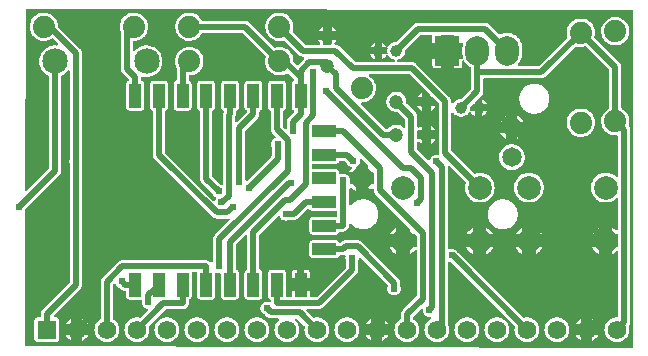
<source format=gbl>
G04 Layer: BottomLayer*
G04 EasyEDA v6.5.48, 2025-03-08 11:52:12*
G04 30e90ac5d70944fe866dc529022a22e9,369c048249c94b259d5cf78f180de413,10*
G04 Gerber Generator version 0.2*
G04 Scale: 100 percent, Rotated: No, Reflected: No *
G04 Dimensions in millimeters *
G04 leading zeros omitted , absolute positions ,4 integer and 5 decimal *
%FSLAX45Y45*%
%MOMM*%

%AMMACRO1*21,1,$1,$2,0,0,$3*%
%ADD10C,0.5000*%
%ADD11MACRO1,2.0015X1.0008X-90.0000*%
%ADD12MACRO1,2.0015X0.9982X-90.0000*%
%ADD13MACRO1,2.0015X0.9982X0.0000*%
%ADD14MACRO1,1.999X1.0008X0.0000*%
%ADD15MACRO1,2.0015X1.0008X90.0000*%
%ADD16MACRO1,1.999X1.0008X90.0000*%
%ADD17MACRO1,1.999X0.9982X90.0000*%
%ADD18MACRO1,2.0015X0.9982X90.0000*%
%ADD19C,2.0000*%
%ADD20C,1.8796*%
%ADD21C,1.6510*%
%ADD22C,1.1938*%
%ADD23C,2.1590*%
%ADD24MACRO1,2.0015X2.4994X0.0000*%
%ADD25O,1.9999959999999999X2.4999949999999997*%
%ADD26C,1.0000*%
%ADD27C,1.5748*%
%ADD28R,1.5748X1.5748*%
%ADD29C,0.6100*%
%ADD30C,0.0189*%

%LPD*%
G36*
X7355331Y-4913630D02*
G01*
X2222652Y-4901844D01*
X2218791Y-4901031D01*
X2215489Y-4898847D01*
X2213305Y-4895545D01*
X2212543Y-4891633D01*
X2215896Y-3749548D01*
X2216861Y-3745280D01*
X2217775Y-3743299D01*
X2219807Y-3740404D01*
X2506014Y-3454247D01*
X2509164Y-3450793D01*
X2511856Y-3447287D01*
X2514244Y-3443528D01*
X2516276Y-3439566D01*
X2518003Y-3435502D01*
X2519324Y-3431235D01*
X2520289Y-3426917D01*
X2520848Y-3422497D01*
X2521051Y-3417874D01*
X2521051Y-2619349D01*
X2521762Y-2615641D01*
X2523794Y-2612440D01*
X2526842Y-2610205D01*
X2534767Y-2606395D01*
X2548178Y-2597962D01*
X2560472Y-2587955D01*
X2571546Y-2576576D01*
X2576525Y-2570022D01*
X2579674Y-2567330D01*
X2583688Y-2566111D01*
X2587853Y-2566568D01*
X2591460Y-2568702D01*
X2593898Y-2572105D01*
X2594762Y-2576220D01*
X2594762Y-3307537D01*
X2593797Y-3311855D01*
X2592679Y-3314192D01*
X2590139Y-3323691D01*
X2589276Y-3333496D01*
X2590139Y-3343300D01*
X2592679Y-3352800D01*
X2593797Y-3355136D01*
X2594762Y-3359454D01*
X2594762Y-4357979D01*
X2594000Y-4361891D01*
X2591765Y-4365142D01*
X2364435Y-4592472D01*
X2361285Y-4595926D01*
X2358593Y-4599432D01*
X2356205Y-4603191D01*
X2354173Y-4607153D01*
X2352446Y-4611217D01*
X2351125Y-4615484D01*
X2350160Y-4619802D01*
X2349601Y-4624222D01*
X2349398Y-4628845D01*
X2349398Y-4647692D01*
X2348636Y-4651603D01*
X2346401Y-4654854D01*
X2343099Y-4657090D01*
X2339238Y-4657852D01*
X2322118Y-4657852D01*
X2315819Y-4658563D01*
X2310333Y-4660493D01*
X2305456Y-4663541D01*
X2301341Y-4667656D01*
X2298293Y-4672533D01*
X2296363Y-4678019D01*
X2295652Y-4684318D01*
X2295652Y-4840681D01*
X2296363Y-4846980D01*
X2298293Y-4852466D01*
X2301341Y-4857343D01*
X2305456Y-4861458D01*
X2310333Y-4864506D01*
X2315819Y-4866436D01*
X2322118Y-4867148D01*
X2478481Y-4867148D01*
X2484780Y-4866436D01*
X2490266Y-4864506D01*
X2495143Y-4861458D01*
X2499258Y-4857343D01*
X2502306Y-4852466D01*
X2504236Y-4846980D01*
X2504948Y-4840681D01*
X2504948Y-4684318D01*
X2504236Y-4678019D01*
X2502306Y-4672533D01*
X2499258Y-4667656D01*
X2495143Y-4663541D01*
X2490266Y-4660493D01*
X2484780Y-4658563D01*
X2478481Y-4657852D01*
X2467610Y-4657852D01*
X2463749Y-4657090D01*
X2460447Y-4654854D01*
X2458212Y-4651603D01*
X2457450Y-4647692D01*
X2458212Y-4643780D01*
X2460447Y-4640529D01*
X2681528Y-4419447D01*
X2684678Y-4415993D01*
X2687370Y-4412488D01*
X2689758Y-4408728D01*
X2691790Y-4404766D01*
X2693517Y-4400702D01*
X2694838Y-4396435D01*
X2695803Y-4392117D01*
X2696362Y-4387697D01*
X2696565Y-4383074D01*
X2696565Y-3359454D01*
X2697530Y-3355136D01*
X2698648Y-3352800D01*
X2701188Y-3343300D01*
X2702052Y-3333496D01*
X2701188Y-3323691D01*
X2698648Y-3314192D01*
X2697530Y-3311855D01*
X2696565Y-3307537D01*
X2696565Y-2418537D01*
X2696362Y-2413863D01*
X2695803Y-2409494D01*
X2694838Y-2405126D01*
X2693517Y-2400909D01*
X2691790Y-2396794D01*
X2689758Y-2392883D01*
X2687320Y-2389124D01*
X2684678Y-2385618D01*
X2681478Y-2382164D01*
X2497531Y-2198420D01*
X2495296Y-2195118D01*
X2492705Y-2175052D01*
X2489149Y-2160778D01*
X2483815Y-2147011D01*
X2476804Y-2134006D01*
X2468270Y-2121966D01*
X2458364Y-2111044D01*
X2447137Y-2101443D01*
X2434844Y-2093315D01*
X2421636Y-2086711D01*
X2407716Y-2081784D01*
X2393289Y-2078634D01*
X2378608Y-2077313D01*
X2363825Y-2077720D01*
X2349246Y-2080006D01*
X2335072Y-2084070D01*
X2321458Y-2089810D01*
X2308707Y-2097176D01*
X2296922Y-2106066D01*
X2286304Y-2116328D01*
X2277059Y-2127859D01*
X2269286Y-2140407D01*
X2263140Y-2153818D01*
X2258669Y-2167839D01*
X2255926Y-2182368D01*
X2255012Y-2197100D01*
X2255926Y-2211832D01*
X2258669Y-2226360D01*
X2263140Y-2240381D01*
X2269286Y-2253792D01*
X2277059Y-2266340D01*
X2286304Y-2277872D01*
X2296922Y-2288133D01*
X2308707Y-2297023D01*
X2321458Y-2304389D01*
X2335072Y-2310130D01*
X2349246Y-2314194D01*
X2363825Y-2316480D01*
X2378608Y-2316937D01*
X2393289Y-2315565D01*
X2407716Y-2312416D01*
X2421636Y-2307488D01*
X2434844Y-2300884D01*
X2440686Y-2297023D01*
X2443835Y-2295652D01*
X2447290Y-2295398D01*
X2450642Y-2296312D01*
X2453487Y-2298293D01*
X2494381Y-2339187D01*
X2496667Y-2342642D01*
X2497378Y-2346706D01*
X2496413Y-2350668D01*
X2493975Y-2353970D01*
X2490419Y-2356053D01*
X2486304Y-2356510D01*
X2474112Y-2355443D01*
X2458262Y-2355900D01*
X2442565Y-2358237D01*
X2427274Y-2362403D01*
X2412593Y-2368346D01*
X2398725Y-2376017D01*
X2385822Y-2385263D01*
X2374138Y-2395982D01*
X2363774Y-2407970D01*
X2354884Y-2421128D01*
X2347671Y-2435250D01*
X2342134Y-2450134D01*
X2338425Y-2465527D01*
X2336546Y-2481275D01*
X2336546Y-2497124D01*
X2338425Y-2512872D01*
X2342134Y-2528265D01*
X2347671Y-2543149D01*
X2354884Y-2557272D01*
X2363774Y-2570429D01*
X2374138Y-2582418D01*
X2385822Y-2593136D01*
X2398725Y-2602382D01*
X2412898Y-2610154D01*
X2416251Y-2612339D01*
X2418435Y-2615641D01*
X2419248Y-2619552D01*
X2419248Y-3392779D01*
X2418486Y-3396691D01*
X2416251Y-3399942D01*
X2233777Y-3582466D01*
X2230475Y-3584651D01*
X2226564Y-3585413D01*
X2222703Y-3584651D01*
X2219401Y-3582466D01*
X2217216Y-3579114D01*
X2216454Y-3575253D01*
X2220925Y-2055520D01*
X2221687Y-2051659D01*
X2223922Y-2048357D01*
X2227224Y-2046173D01*
X2231136Y-2045411D01*
X7355331Y-2057857D01*
X7359243Y-2058670D01*
X7362545Y-2060854D01*
X7364730Y-2064156D01*
X7365492Y-2068017D01*
X7365492Y-4903470D01*
X7364730Y-4907330D01*
X7362494Y-4910632D01*
X7359192Y-4912817D01*
G37*

%LPC*%
G36*
X3416300Y-4867148D02*
G01*
X3429965Y-4866233D01*
X3443376Y-4863541D01*
X3456330Y-4859172D01*
X3468624Y-4853127D01*
X3480003Y-4845507D01*
X3490264Y-4836464D01*
X3499307Y-4826203D01*
X3506927Y-4814824D01*
X3512972Y-4802530D01*
X3517341Y-4789576D01*
X3520033Y-4776165D01*
X3520948Y-4762500D01*
X3520033Y-4748834D01*
X3517341Y-4735423D01*
X3512972Y-4722469D01*
X3506927Y-4710176D01*
X3499307Y-4698796D01*
X3490264Y-4688535D01*
X3480003Y-4679492D01*
X3468624Y-4671872D01*
X3456330Y-4665827D01*
X3443376Y-4661458D01*
X3429965Y-4658766D01*
X3416300Y-4657852D01*
X3402634Y-4658766D01*
X3389223Y-4661458D01*
X3376269Y-4665827D01*
X3363976Y-4671872D01*
X3352596Y-4679492D01*
X3342335Y-4688535D01*
X3333292Y-4698796D01*
X3325672Y-4710176D01*
X3319627Y-4722469D01*
X3315258Y-4735423D01*
X3312566Y-4748834D01*
X3311651Y-4762500D01*
X3312566Y-4776165D01*
X3315258Y-4789576D01*
X3319627Y-4802530D01*
X3325672Y-4814824D01*
X3333292Y-4826203D01*
X3342335Y-4836464D01*
X3352596Y-4845507D01*
X3363976Y-4853127D01*
X3376269Y-4859172D01*
X3389223Y-4863541D01*
X3402634Y-4866233D01*
G37*
G36*
X4940300Y-4867148D02*
G01*
X4953965Y-4866233D01*
X4967376Y-4863541D01*
X4980330Y-4859172D01*
X4992624Y-4853127D01*
X5004003Y-4845507D01*
X5014264Y-4836464D01*
X5023307Y-4826203D01*
X5030927Y-4814824D01*
X5036972Y-4802530D01*
X5041341Y-4789576D01*
X5044033Y-4776165D01*
X5044948Y-4762500D01*
X5044033Y-4748834D01*
X5041341Y-4735423D01*
X5036972Y-4722469D01*
X5030927Y-4710176D01*
X5023307Y-4698796D01*
X5014264Y-4688535D01*
X5004003Y-4679492D01*
X4992624Y-4671872D01*
X4980330Y-4665827D01*
X4967376Y-4661458D01*
X4953965Y-4658766D01*
X4940300Y-4657852D01*
X4926634Y-4658766D01*
X4913223Y-4661458D01*
X4900269Y-4665827D01*
X4887976Y-4671872D01*
X4876596Y-4679492D01*
X4866335Y-4688535D01*
X4857292Y-4698796D01*
X4849672Y-4710176D01*
X4843627Y-4722469D01*
X4839258Y-4735423D01*
X4836566Y-4748834D01*
X4835652Y-4762500D01*
X4836566Y-4776165D01*
X4839258Y-4789576D01*
X4843627Y-4802530D01*
X4849672Y-4814824D01*
X4857292Y-4826203D01*
X4866335Y-4836464D01*
X4876596Y-4845507D01*
X4887976Y-4853127D01*
X4900269Y-4859172D01*
X4913223Y-4863541D01*
X4926634Y-4866233D01*
G37*
G36*
X4178300Y-4867148D02*
G01*
X4191965Y-4866233D01*
X4205376Y-4863541D01*
X4218330Y-4859172D01*
X4230624Y-4853127D01*
X4242003Y-4845507D01*
X4252264Y-4836464D01*
X4261307Y-4826203D01*
X4268927Y-4814824D01*
X4274972Y-4802530D01*
X4279341Y-4789576D01*
X4282033Y-4776165D01*
X4282948Y-4762500D01*
X4282033Y-4748834D01*
X4279341Y-4735423D01*
X4274972Y-4722469D01*
X4268927Y-4710176D01*
X4261307Y-4698796D01*
X4252264Y-4688535D01*
X4242003Y-4679492D01*
X4230624Y-4671872D01*
X4218330Y-4665827D01*
X4205376Y-4661458D01*
X4191965Y-4658766D01*
X4178300Y-4657852D01*
X4164634Y-4658766D01*
X4151223Y-4661458D01*
X4138269Y-4665827D01*
X4125976Y-4671872D01*
X4114596Y-4679492D01*
X4104335Y-4688535D01*
X4095292Y-4698796D01*
X4087672Y-4710176D01*
X4081627Y-4722469D01*
X4077258Y-4735423D01*
X4074566Y-4748834D01*
X4073651Y-4762500D01*
X4074566Y-4776165D01*
X4077258Y-4789576D01*
X4081627Y-4802530D01*
X4087672Y-4814824D01*
X4095292Y-4826203D01*
X4104335Y-4836464D01*
X4114596Y-4845507D01*
X4125976Y-4853127D01*
X4138269Y-4859172D01*
X4151223Y-4863541D01*
X4164634Y-4866233D01*
G37*
G36*
X6718300Y-4867148D02*
G01*
X6731965Y-4866233D01*
X6745376Y-4863541D01*
X6758330Y-4859172D01*
X6770624Y-4853127D01*
X6782003Y-4845507D01*
X6792264Y-4836464D01*
X6801307Y-4826203D01*
X6808927Y-4814824D01*
X6814972Y-4802530D01*
X6819341Y-4789576D01*
X6822033Y-4776165D01*
X6822948Y-4762500D01*
X6822033Y-4748834D01*
X6819341Y-4735423D01*
X6814972Y-4722469D01*
X6808927Y-4710176D01*
X6801307Y-4698796D01*
X6792264Y-4688535D01*
X6782003Y-4679492D01*
X6770624Y-4671872D01*
X6758330Y-4665827D01*
X6745376Y-4661458D01*
X6731965Y-4658766D01*
X6718300Y-4657852D01*
X6704634Y-4658766D01*
X6691223Y-4661458D01*
X6678269Y-4665827D01*
X6665975Y-4671872D01*
X6654596Y-4679492D01*
X6644335Y-4688535D01*
X6635292Y-4698796D01*
X6627672Y-4710176D01*
X6621627Y-4722469D01*
X6617258Y-4735423D01*
X6614566Y-4748834D01*
X6613652Y-4762500D01*
X6614566Y-4776165D01*
X6617258Y-4789576D01*
X6621627Y-4802530D01*
X6627672Y-4814824D01*
X6635292Y-4826203D01*
X6644335Y-4836464D01*
X6654596Y-4845507D01*
X6665975Y-4853127D01*
X6678269Y-4859172D01*
X6691223Y-4863541D01*
X6704634Y-4866233D01*
G37*
G36*
X3924300Y-4867148D02*
G01*
X3937965Y-4866233D01*
X3951376Y-4863541D01*
X3964330Y-4859172D01*
X3976624Y-4853127D01*
X3988003Y-4845507D01*
X3998264Y-4836464D01*
X4007307Y-4826203D01*
X4014927Y-4814824D01*
X4020972Y-4802530D01*
X4025341Y-4789576D01*
X4028033Y-4776165D01*
X4028948Y-4762500D01*
X4028033Y-4748834D01*
X4025341Y-4735423D01*
X4020972Y-4722469D01*
X4014927Y-4710176D01*
X4007307Y-4698796D01*
X3998264Y-4688535D01*
X3988003Y-4679492D01*
X3976624Y-4671872D01*
X3964330Y-4665827D01*
X3951376Y-4661458D01*
X3937965Y-4658766D01*
X3924300Y-4657852D01*
X3910634Y-4658766D01*
X3897223Y-4661458D01*
X3884269Y-4665827D01*
X3871976Y-4671872D01*
X3860596Y-4679492D01*
X3850335Y-4688535D01*
X3841292Y-4698796D01*
X3833672Y-4710176D01*
X3827627Y-4722469D01*
X3823258Y-4735423D01*
X3820566Y-4748834D01*
X3819651Y-4762500D01*
X3820566Y-4776165D01*
X3823258Y-4789576D01*
X3827627Y-4802530D01*
X3833672Y-4814824D01*
X3841292Y-4826203D01*
X3850335Y-4836464D01*
X3860596Y-4845507D01*
X3871976Y-4853127D01*
X3884269Y-4859172D01*
X3897223Y-4863541D01*
X3910634Y-4866233D01*
G37*
G36*
X5956300Y-4867148D02*
G01*
X5969965Y-4866233D01*
X5983376Y-4863541D01*
X5996330Y-4859172D01*
X6008624Y-4853127D01*
X6020003Y-4845507D01*
X6030264Y-4836464D01*
X6039307Y-4826203D01*
X6046927Y-4814824D01*
X6052972Y-4802530D01*
X6057341Y-4789576D01*
X6060033Y-4776165D01*
X6060948Y-4762500D01*
X6060033Y-4748834D01*
X6057341Y-4735423D01*
X6052972Y-4722469D01*
X6046927Y-4710176D01*
X6039307Y-4698796D01*
X6030264Y-4688535D01*
X6020003Y-4679492D01*
X6008624Y-4671872D01*
X5996330Y-4665827D01*
X5983376Y-4661458D01*
X5969965Y-4658766D01*
X5956300Y-4657852D01*
X5942634Y-4658766D01*
X5929223Y-4661458D01*
X5916269Y-4665827D01*
X5903976Y-4671872D01*
X5892596Y-4679492D01*
X5882335Y-4688535D01*
X5873292Y-4698796D01*
X5865672Y-4710176D01*
X5859627Y-4722469D01*
X5855258Y-4735423D01*
X5852566Y-4748834D01*
X5851652Y-4762500D01*
X5852566Y-4776165D01*
X5855258Y-4789576D01*
X5859627Y-4802530D01*
X5865672Y-4814824D01*
X5873292Y-4826203D01*
X5882335Y-4836464D01*
X5892596Y-4845507D01*
X5903976Y-4853127D01*
X5916269Y-4859172D01*
X5929223Y-4863541D01*
X5942634Y-4866233D01*
G37*
G36*
X3670300Y-4867148D02*
G01*
X3683965Y-4866233D01*
X3697376Y-4863541D01*
X3710330Y-4859172D01*
X3722624Y-4853127D01*
X3734003Y-4845507D01*
X3744264Y-4836464D01*
X3753307Y-4826203D01*
X3760927Y-4814824D01*
X3766972Y-4802530D01*
X3771341Y-4789576D01*
X3774033Y-4776165D01*
X3774948Y-4762500D01*
X3774033Y-4748834D01*
X3771341Y-4735423D01*
X3766972Y-4722469D01*
X3760927Y-4710176D01*
X3753307Y-4698796D01*
X3744264Y-4688535D01*
X3734003Y-4679492D01*
X3722624Y-4671872D01*
X3710330Y-4665827D01*
X3697376Y-4661458D01*
X3683965Y-4658766D01*
X3670300Y-4657852D01*
X3656634Y-4658766D01*
X3643223Y-4661458D01*
X3630269Y-4665827D01*
X3617976Y-4671872D01*
X3606596Y-4679492D01*
X3596335Y-4688535D01*
X3587292Y-4698796D01*
X3579672Y-4710176D01*
X3573627Y-4722469D01*
X3569258Y-4735423D01*
X3566566Y-4748834D01*
X3565651Y-4762500D01*
X3566566Y-4776165D01*
X3569258Y-4789576D01*
X3573627Y-4802530D01*
X3579672Y-4814824D01*
X3587292Y-4826203D01*
X3596335Y-4836464D01*
X3606596Y-4845507D01*
X3617976Y-4853127D01*
X3630269Y-4859172D01*
X3643223Y-4863541D01*
X3656634Y-4866233D01*
G37*
G36*
X6210300Y-4867148D02*
G01*
X6223965Y-4866233D01*
X6237376Y-4863541D01*
X6250330Y-4859172D01*
X6262624Y-4853127D01*
X6274003Y-4845507D01*
X6284264Y-4836464D01*
X6293307Y-4826203D01*
X6300927Y-4814824D01*
X6306972Y-4802530D01*
X6311341Y-4789576D01*
X6314033Y-4776165D01*
X6314948Y-4762500D01*
X6314033Y-4748834D01*
X6311341Y-4735423D01*
X6306972Y-4722469D01*
X6300927Y-4710176D01*
X6293307Y-4698796D01*
X6284264Y-4688535D01*
X6274003Y-4679492D01*
X6262624Y-4671872D01*
X6250330Y-4665827D01*
X6237376Y-4661458D01*
X6223965Y-4658766D01*
X6210300Y-4657852D01*
X6196634Y-4658766D01*
X6183223Y-4661458D01*
X6170269Y-4665827D01*
X6157976Y-4671872D01*
X6146596Y-4679492D01*
X6136335Y-4688535D01*
X6127292Y-4698796D01*
X6119672Y-4710176D01*
X6113627Y-4722469D01*
X6109258Y-4735423D01*
X6106566Y-4748834D01*
X6105652Y-4762500D01*
X6106566Y-4776165D01*
X6109258Y-4789576D01*
X6113627Y-4802530D01*
X6119672Y-4814824D01*
X6127292Y-4826203D01*
X6136335Y-4836464D01*
X6146596Y-4845507D01*
X6157976Y-4853127D01*
X6170269Y-4859172D01*
X6183223Y-4863541D01*
X6196634Y-4866233D01*
G37*
G36*
X4432300Y-4867148D02*
G01*
X4445965Y-4866233D01*
X4459376Y-4863541D01*
X4472330Y-4859172D01*
X4484624Y-4853127D01*
X4496003Y-4845507D01*
X4506264Y-4836464D01*
X4515307Y-4826203D01*
X4522927Y-4814824D01*
X4528972Y-4802530D01*
X4533341Y-4789576D01*
X4536033Y-4776165D01*
X4536948Y-4762500D01*
X4536033Y-4748834D01*
X4533341Y-4735423D01*
X4528972Y-4722469D01*
X4522927Y-4710176D01*
X4515307Y-4698796D01*
X4506264Y-4688535D01*
X4503013Y-4685639D01*
X4500575Y-4682439D01*
X4499559Y-4678476D01*
X4500219Y-4674463D01*
X4502404Y-4671009D01*
X4505756Y-4668672D01*
X4509719Y-4667859D01*
X4515459Y-4667859D01*
X4519371Y-4668621D01*
X4522622Y-4670856D01*
X4581753Y-4729937D01*
X4583633Y-4732629D01*
X4584598Y-4735779D01*
X4584496Y-4739081D01*
X4582566Y-4748834D01*
X4581652Y-4762500D01*
X4582566Y-4776165D01*
X4585258Y-4789576D01*
X4589627Y-4802530D01*
X4595672Y-4814824D01*
X4603292Y-4826203D01*
X4612335Y-4836464D01*
X4622596Y-4845507D01*
X4633976Y-4853127D01*
X4646269Y-4859172D01*
X4659223Y-4863541D01*
X4672634Y-4866233D01*
X4686300Y-4867148D01*
X4699965Y-4866233D01*
X4713376Y-4863541D01*
X4726330Y-4859172D01*
X4738624Y-4853127D01*
X4750003Y-4845507D01*
X4760264Y-4836464D01*
X4769307Y-4826203D01*
X4776927Y-4814824D01*
X4782972Y-4802530D01*
X4787341Y-4789576D01*
X4790033Y-4776165D01*
X4790948Y-4762500D01*
X4790033Y-4748834D01*
X4787341Y-4735423D01*
X4782972Y-4722469D01*
X4776927Y-4710176D01*
X4769307Y-4698796D01*
X4760264Y-4688535D01*
X4750003Y-4679492D01*
X4738624Y-4671872D01*
X4726330Y-4665827D01*
X4713376Y-4661458D01*
X4699965Y-4658766D01*
X4686300Y-4657852D01*
X4672634Y-4658766D01*
X4662881Y-4660696D01*
X4659579Y-4660798D01*
X4656429Y-4659833D01*
X4653737Y-4657953D01*
X4600498Y-4604715D01*
X4598263Y-4601413D01*
X4597501Y-4597501D01*
X4598263Y-4593640D01*
X4600498Y-4590338D01*
X4603800Y-4588103D01*
X4607661Y-4587341D01*
X4703368Y-4587341D01*
X4707991Y-4587138D01*
X4712411Y-4586579D01*
X4716729Y-4585614D01*
X4720996Y-4584242D01*
X4725060Y-4582566D01*
X4729022Y-4580534D01*
X4732731Y-4578146D01*
X4736287Y-4575403D01*
X4739690Y-4572304D01*
X5021072Y-4291177D01*
X5024272Y-4287723D01*
X5026914Y-4284218D01*
X5029352Y-4280458D01*
X5031384Y-4276547D01*
X5033111Y-4272432D01*
X5034432Y-4268216D01*
X5035397Y-4263847D01*
X5035956Y-4259478D01*
X5036159Y-4254804D01*
X5036159Y-4178604D01*
X5037124Y-4174286D01*
X5038242Y-4171950D01*
X5040782Y-4162450D01*
X5041950Y-4157218D01*
X5044287Y-4154170D01*
X5047538Y-4152239D01*
X5051298Y-4151629D01*
X5055057Y-4152442D01*
X5058206Y-4154576D01*
X5286095Y-4382465D01*
X5288330Y-4385919D01*
X5289042Y-4389932D01*
X5288127Y-4393946D01*
X5287365Y-4395470D01*
X5284825Y-4404969D01*
X5283962Y-4414774D01*
X5284825Y-4424578D01*
X5287365Y-4434078D01*
X5291531Y-4442968D01*
X5297170Y-4450994D01*
X5304129Y-4457954D01*
X5312156Y-4463592D01*
X5321046Y-4467758D01*
X5330545Y-4470298D01*
X5340350Y-4471162D01*
X5350154Y-4470298D01*
X5359654Y-4467758D01*
X5368544Y-4463592D01*
X5376570Y-4457954D01*
X5383530Y-4450994D01*
X5389168Y-4442968D01*
X5393334Y-4434078D01*
X5395874Y-4424578D01*
X5396738Y-4414774D01*
X5395874Y-4404969D01*
X5393334Y-4395470D01*
X5392216Y-4393133D01*
X5391251Y-4388815D01*
X5391251Y-4364939D01*
X5391048Y-4360316D01*
X5390489Y-4355896D01*
X5389524Y-4351578D01*
X5388203Y-4347311D01*
X5386476Y-4343247D01*
X5384444Y-4339285D01*
X5382056Y-4335526D01*
X5379364Y-4332020D01*
X5376214Y-4328566D01*
X5067655Y-4020007D01*
X5064201Y-4016857D01*
X5060696Y-4014165D01*
X5056936Y-4011777D01*
X5052974Y-4009745D01*
X5048910Y-4008018D01*
X5044643Y-4006697D01*
X5040325Y-4005732D01*
X5035905Y-4005173D01*
X5031282Y-4004970D01*
X4930343Y-4004970D01*
X4925974Y-4005122D01*
X4921300Y-4005732D01*
X4917236Y-4006646D01*
X4912715Y-4008069D01*
X4908905Y-4009644D01*
X4904689Y-4011828D01*
X4901184Y-4014012D01*
X4897424Y-4016908D01*
X4889855Y-4024122D01*
X4886452Y-4026357D01*
X4882438Y-4027068D01*
X4878476Y-4026154D01*
X4875174Y-4023766D01*
X4869891Y-4014927D01*
X4865776Y-4010812D01*
X4860899Y-4007713D01*
X4855413Y-4005834D01*
X4849114Y-4005122D01*
X4650232Y-4005122D01*
X4643932Y-4005834D01*
X4638446Y-4007713D01*
X4633569Y-4010812D01*
X4629454Y-4014927D01*
X4626406Y-4019804D01*
X4624476Y-4025290D01*
X4623765Y-4031589D01*
X4623765Y-4130446D01*
X4624476Y-4136745D01*
X4626406Y-4142232D01*
X4629454Y-4147108D01*
X4633569Y-4151223D01*
X4638446Y-4154322D01*
X4643932Y-4156201D01*
X4650232Y-4156913D01*
X4849114Y-4156913D01*
X4855413Y-4156201D01*
X4860899Y-4154322D01*
X4865776Y-4151223D01*
X4869891Y-4147108D01*
X4872939Y-4142232D01*
X4874158Y-4138726D01*
X4876342Y-4135170D01*
X4879695Y-4132783D01*
X4883759Y-4131919D01*
X4908905Y-4131767D01*
X4913579Y-4131157D01*
X4917795Y-4130243D01*
X4921910Y-4130192D01*
X4925720Y-4131767D01*
X4928565Y-4134764D01*
X4929987Y-4138676D01*
X4928870Y-4152646D01*
X4929733Y-4162450D01*
X4932273Y-4171950D01*
X4933391Y-4174286D01*
X4934356Y-4178604D01*
X4934356Y-4229709D01*
X4933594Y-4233570D01*
X4931359Y-4236872D01*
X4685487Y-4482541D01*
X4682185Y-4484776D01*
X4678273Y-4485538D01*
X4636211Y-4485538D01*
X4632350Y-4484776D01*
X4629048Y-4482541D01*
X4626813Y-4479239D01*
X4626051Y-4475378D01*
X4626051Y-4437583D01*
X4581499Y-4437583D01*
X4581499Y-4475378D01*
X4580737Y-4479239D01*
X4578553Y-4482541D01*
X4575251Y-4484776D01*
X4571339Y-4485538D01*
X4528972Y-4485538D01*
X4525060Y-4484776D01*
X4521758Y-4482541D01*
X4519574Y-4479239D01*
X4518812Y-4475378D01*
X4518812Y-4437583D01*
X4474260Y-4437583D01*
X4474260Y-4475378D01*
X4473498Y-4479239D01*
X4471263Y-4482541D01*
X4467961Y-4484776D01*
X4464100Y-4485538D01*
X4435805Y-4485538D01*
X4431944Y-4484776D01*
X4428642Y-4482541D01*
X4426407Y-4479239D01*
X4425645Y-4475378D01*
X4425645Y-4281932D01*
X4424934Y-4275632D01*
X4423054Y-4270146D01*
X4419955Y-4265269D01*
X4415840Y-4261154D01*
X4410964Y-4258106D01*
X4405477Y-4256176D01*
X4399178Y-4255465D01*
X4300321Y-4255465D01*
X4294022Y-4256176D01*
X4288536Y-4258106D01*
X4283659Y-4261154D01*
X4279544Y-4265269D01*
X4276445Y-4270146D01*
X4274566Y-4275632D01*
X4273854Y-4281932D01*
X4273854Y-4480814D01*
X4274566Y-4487113D01*
X4276445Y-4492599D01*
X4279544Y-4497476D01*
X4283659Y-4501591D01*
X4288536Y-4504639D01*
X4292041Y-4505858D01*
X4295597Y-4508042D01*
X4297984Y-4511395D01*
X4298848Y-4515459D01*
X4298848Y-4517898D01*
X4298035Y-4521860D01*
X4295749Y-4525213D01*
X4292346Y-4527397D01*
X4288332Y-4528058D01*
X4273956Y-4524095D01*
X4264152Y-4523232D01*
X4254347Y-4524095D01*
X4244848Y-4526635D01*
X4235958Y-4530801D01*
X4227931Y-4536440D01*
X4220972Y-4543399D01*
X4215333Y-4551426D01*
X4211167Y-4560316D01*
X4208627Y-4569815D01*
X4207764Y-4579620D01*
X4208627Y-4589424D01*
X4211167Y-4598924D01*
X4215333Y-4607814D01*
X4220972Y-4615840D01*
X4227931Y-4622800D01*
X4235958Y-4628438D01*
X4243730Y-4632045D01*
X4246626Y-4634077D01*
X4265320Y-4652822D01*
X4268774Y-4655972D01*
X4272280Y-4658664D01*
X4276039Y-4661052D01*
X4280001Y-4663084D01*
X4284065Y-4664811D01*
X4288332Y-4666132D01*
X4292650Y-4667097D01*
X4297070Y-4667656D01*
X4301693Y-4667859D01*
X4354880Y-4667859D01*
X4358843Y-4668672D01*
X4362196Y-4671009D01*
X4364380Y-4674463D01*
X4365040Y-4678476D01*
X4364024Y-4682439D01*
X4361586Y-4685639D01*
X4358335Y-4688535D01*
X4349292Y-4698796D01*
X4341672Y-4710176D01*
X4335627Y-4722469D01*
X4331258Y-4735423D01*
X4328566Y-4748834D01*
X4327652Y-4762500D01*
X4328566Y-4776165D01*
X4331258Y-4789576D01*
X4335627Y-4802530D01*
X4341672Y-4814824D01*
X4349292Y-4826203D01*
X4358335Y-4836464D01*
X4368596Y-4845507D01*
X4379976Y-4853127D01*
X4392269Y-4859172D01*
X4405223Y-4863541D01*
X4418634Y-4866233D01*
G37*
G36*
X2908300Y-4867148D02*
G01*
X2921965Y-4866233D01*
X2935376Y-4863541D01*
X2948330Y-4859172D01*
X2960624Y-4853127D01*
X2972003Y-4845507D01*
X2982264Y-4836464D01*
X2991307Y-4826203D01*
X2998927Y-4814824D01*
X3004972Y-4802530D01*
X3009341Y-4789576D01*
X3012033Y-4776165D01*
X3012948Y-4762500D01*
X3012033Y-4748834D01*
X3009341Y-4735423D01*
X3004972Y-4722469D01*
X2998927Y-4710176D01*
X2991307Y-4698796D01*
X2982264Y-4688535D01*
X2972003Y-4679492D01*
X2963722Y-4673955D01*
X2961284Y-4671720D01*
X2959760Y-4668774D01*
X2959201Y-4665522D01*
X2959201Y-4383176D01*
X2959963Y-4379264D01*
X2962198Y-4376013D01*
X2966110Y-4372051D01*
X2969361Y-4369866D01*
X2973120Y-4369054D01*
X2976981Y-4369714D01*
X2980232Y-4371797D01*
X2982518Y-4374946D01*
X2985465Y-4381246D01*
X2991104Y-4389272D01*
X2998063Y-4396232D01*
X3006090Y-4401870D01*
X3013862Y-4405477D01*
X3016758Y-4407509D01*
X3026562Y-4417364D01*
X3030016Y-4420514D01*
X3033522Y-4423206D01*
X3037281Y-4425594D01*
X3041243Y-4427626D01*
X3045307Y-4429353D01*
X3049574Y-4430674D01*
X3053892Y-4431639D01*
X3058261Y-4432198D01*
X3064154Y-4432401D01*
X3067913Y-4433316D01*
X3071114Y-4435500D01*
X3073196Y-4438751D01*
X3073958Y-4442561D01*
X3073958Y-4480915D01*
X3074670Y-4487265D01*
X3076549Y-4492701D01*
X3079648Y-4497628D01*
X3083763Y-4501692D01*
X3088640Y-4504791D01*
X3094126Y-4506671D01*
X3100425Y-4507433D01*
X3195421Y-4507433D01*
X3199536Y-4508296D01*
X3202940Y-4510735D01*
X3205073Y-4514342D01*
X3205530Y-4518507D01*
X3204464Y-4529632D01*
X3205327Y-4539386D01*
X3207867Y-4548886D01*
X3212033Y-4557776D01*
X3217672Y-4565802D01*
X3224631Y-4572762D01*
X3232658Y-4578400D01*
X3241548Y-4582566D01*
X3247186Y-4584039D01*
X3250946Y-4585970D01*
X3253638Y-4589272D01*
X3254705Y-4593336D01*
X3254044Y-4597501D01*
X3251758Y-4601057D01*
X3194862Y-4657953D01*
X3192170Y-4659833D01*
X3189020Y-4660798D01*
X3185718Y-4660696D01*
X3175965Y-4658766D01*
X3162300Y-4657852D01*
X3148634Y-4658766D01*
X3135223Y-4661458D01*
X3122269Y-4665827D01*
X3109976Y-4671872D01*
X3098596Y-4679492D01*
X3088335Y-4688535D01*
X3079292Y-4698796D01*
X3071672Y-4710176D01*
X3065627Y-4722469D01*
X3061258Y-4735423D01*
X3058566Y-4748834D01*
X3057652Y-4762500D01*
X3058566Y-4776165D01*
X3061258Y-4789576D01*
X3065627Y-4802530D01*
X3071672Y-4814824D01*
X3079292Y-4826203D01*
X3088335Y-4836464D01*
X3098596Y-4845507D01*
X3109976Y-4853127D01*
X3122269Y-4859172D01*
X3135223Y-4863541D01*
X3148634Y-4866233D01*
X3162300Y-4867148D01*
X3175965Y-4866233D01*
X3189376Y-4863541D01*
X3202330Y-4859172D01*
X3214624Y-4853127D01*
X3226003Y-4845507D01*
X3236264Y-4836464D01*
X3245307Y-4826203D01*
X3252927Y-4814824D01*
X3258972Y-4802530D01*
X3263341Y-4789576D01*
X3266033Y-4776165D01*
X3266948Y-4762500D01*
X3266033Y-4748834D01*
X3264103Y-4739081D01*
X3264001Y-4735779D01*
X3264966Y-4732629D01*
X3266846Y-4729937D01*
X3406241Y-4590592D01*
X3409492Y-4588357D01*
X3413404Y-4587595D01*
X3549446Y-4587595D01*
X3558743Y-4586782D01*
X3567277Y-4584496D01*
X3575354Y-4580737D01*
X3582619Y-4575657D01*
X3588867Y-4569409D01*
X3593947Y-4562144D01*
X3597706Y-4554067D01*
X3599992Y-4545533D01*
X3600805Y-4536236D01*
X3600805Y-4515612D01*
X3601669Y-4511548D01*
X3604056Y-4508144D01*
X3607612Y-4506010D01*
X3611118Y-4504791D01*
X3615994Y-4501692D01*
X3620109Y-4497628D01*
X3623208Y-4492701D01*
X3625087Y-4487265D01*
X3625799Y-4480915D01*
X3625799Y-4287367D01*
X3626561Y-4283506D01*
X3628796Y-4280204D01*
X3632098Y-4277969D01*
X3635959Y-4277207D01*
X3663848Y-4277207D01*
X3667760Y-4277969D01*
X3671062Y-4280204D01*
X3673246Y-4283506D01*
X3674008Y-4287367D01*
X3674008Y-4480814D01*
X3674719Y-4487113D01*
X3676650Y-4492599D01*
X3679748Y-4497476D01*
X3683812Y-4501591D01*
X3688740Y-4504639D01*
X3694176Y-4506569D01*
X3700475Y-4507280D01*
X3799382Y-4507280D01*
X3805682Y-4506569D01*
X3811117Y-4504639D01*
X3816045Y-4501591D01*
X3820109Y-4497476D01*
X3823208Y-4492599D01*
X3825138Y-4487113D01*
X3825849Y-4480814D01*
X3825849Y-4289399D01*
X3826510Y-4285742D01*
X3828440Y-4282592D01*
X3831386Y-4280357D01*
X3834942Y-4279290D01*
X3838651Y-4279595D01*
X3846931Y-4281830D01*
X3856736Y-4282694D01*
X3862984Y-4282135D01*
X3867150Y-4282643D01*
X3870756Y-4284776D01*
X3873195Y-4288180D01*
X3874058Y-4292244D01*
X3874058Y-4480915D01*
X3874770Y-4487265D01*
X3876649Y-4492701D01*
X3879748Y-4497628D01*
X3883863Y-4501692D01*
X3888740Y-4504791D01*
X3894226Y-4506671D01*
X3900525Y-4507433D01*
X3999382Y-4507433D01*
X4005681Y-4506671D01*
X4011168Y-4504791D01*
X4016044Y-4501692D01*
X4020159Y-4497628D01*
X4023258Y-4492701D01*
X4025137Y-4487265D01*
X4025849Y-4480915D01*
X4025849Y-4282084D01*
X4025137Y-4275734D01*
X4023258Y-4270298D01*
X4020159Y-4265371D01*
X4016044Y-4261307D01*
X4011168Y-4258208D01*
X4007662Y-4256989D01*
X4004106Y-4254855D01*
X4001719Y-4251452D01*
X4000855Y-4247388D01*
X4000855Y-4044594D01*
X4001617Y-4040682D01*
X4003852Y-4037431D01*
X4081830Y-3959402D01*
X4085132Y-3957167D01*
X4089044Y-3956405D01*
X4092905Y-3957167D01*
X4096207Y-3959402D01*
X4098442Y-3962704D01*
X4099204Y-3966565D01*
X4099204Y-4247489D01*
X4098340Y-4251553D01*
X4095953Y-4254906D01*
X4092397Y-4257090D01*
X4088790Y-4258360D01*
X4083862Y-4261408D01*
X4079798Y-4265523D01*
X4076700Y-4270400D01*
X4074769Y-4275886D01*
X4074058Y-4282186D01*
X4074058Y-4481068D01*
X4074769Y-4487367D01*
X4076700Y-4492853D01*
X4079798Y-4497730D01*
X4083862Y-4501845D01*
X4088790Y-4504893D01*
X4094226Y-4506823D01*
X4100525Y-4507534D01*
X4199432Y-4507534D01*
X4205732Y-4506823D01*
X4211167Y-4504893D01*
X4216095Y-4501845D01*
X4220159Y-4497730D01*
X4223258Y-4492853D01*
X4225188Y-4487367D01*
X4225899Y-4481068D01*
X4225899Y-4282186D01*
X4225188Y-4275886D01*
X4223258Y-4270400D01*
X4220159Y-4265523D01*
X4216095Y-4261408D01*
X4211167Y-4258360D01*
X4207814Y-4257141D01*
X4204258Y-4255008D01*
X4201871Y-4251655D01*
X4201007Y-4247591D01*
X4201007Y-3957980D01*
X4201769Y-3954068D01*
X4204004Y-3950817D01*
X4354169Y-3800601D01*
X4357370Y-3798468D01*
X4361180Y-3797655D01*
X4364990Y-3798315D01*
X4368292Y-3800398D01*
X4370578Y-3803497D01*
X4373575Y-3810000D01*
X4379214Y-3818026D01*
X4386173Y-3824986D01*
X4394200Y-3830624D01*
X4403090Y-3834790D01*
X4412589Y-3837330D01*
X4422394Y-3838194D01*
X4432198Y-3837330D01*
X4441698Y-3834790D01*
X4444034Y-3833672D01*
X4448352Y-3832707D01*
X4493818Y-3832707D01*
X4498441Y-3832504D01*
X4502861Y-3831945D01*
X4507179Y-3830980D01*
X4511446Y-3829659D01*
X4515510Y-3827932D01*
X4519472Y-3825900D01*
X4523232Y-3823512D01*
X4526737Y-3820820D01*
X4530191Y-3817670D01*
X4609490Y-3738321D01*
X4612894Y-3736086D01*
X4616907Y-3735324D01*
X4620920Y-3736238D01*
X4624171Y-3738626D01*
X4629454Y-3747312D01*
X4633569Y-3751427D01*
X4638446Y-3754526D01*
X4643932Y-3756406D01*
X4650232Y-3757117D01*
X4849114Y-3757117D01*
X4853635Y-3757523D01*
X4857292Y-3759606D01*
X4859782Y-3763060D01*
X4860696Y-3767175D01*
X4860696Y-3795166D01*
X4859782Y-3799281D01*
X4857292Y-3802735D01*
X4853635Y-3804818D01*
X4849114Y-3805224D01*
X4650232Y-3805224D01*
X4643932Y-3805936D01*
X4638446Y-3807815D01*
X4633569Y-3810914D01*
X4629454Y-3815029D01*
X4626406Y-3819906D01*
X4624476Y-3825392D01*
X4623765Y-3831691D01*
X4623765Y-3930548D01*
X4624476Y-3936847D01*
X4626406Y-3942334D01*
X4629454Y-3947210D01*
X4633569Y-3951325D01*
X4638446Y-3954424D01*
X4643932Y-3956304D01*
X4650232Y-3957015D01*
X4849114Y-3957015D01*
X4855413Y-3956304D01*
X4860899Y-3954424D01*
X4865776Y-3951325D01*
X4869891Y-3947210D01*
X4872939Y-3942334D01*
X4874158Y-3938828D01*
X4876342Y-3935272D01*
X4879695Y-3932885D01*
X4883759Y-3932021D01*
X4908143Y-3931920D01*
X4913680Y-3931208D01*
X4916881Y-3930548D01*
X4922215Y-3928922D01*
X4925314Y-3927703D01*
X4930292Y-3925163D01*
X4933086Y-3923385D01*
X4937506Y-3920032D01*
X4946700Y-3911396D01*
X4950663Y-3907180D01*
X4952695Y-3904589D01*
X4955743Y-3899865D01*
X4957267Y-3896969D01*
X4959451Y-3891838D01*
X4960467Y-3888689D01*
X4961737Y-3883253D01*
X4962194Y-3880002D01*
X4962499Y-3870401D01*
X4963363Y-3866337D01*
X4965801Y-3862933D01*
X4969357Y-3860800D01*
X4973472Y-3860292D01*
X4977485Y-3861460D01*
X4980686Y-3864152D01*
X4984597Y-3869131D01*
X4995468Y-3880002D01*
X5007559Y-3889501D01*
X5020767Y-3897477D01*
X5034788Y-3903827D01*
X5049469Y-3908399D01*
X5064607Y-3911142D01*
X5080000Y-3912108D01*
X5095392Y-3911142D01*
X5110530Y-3908399D01*
X5125212Y-3903827D01*
X5139232Y-3897477D01*
X5152440Y-3889501D01*
X5164531Y-3880002D01*
X5175402Y-3869131D01*
X5184902Y-3857040D01*
X5192877Y-3843832D01*
X5199227Y-3829812D01*
X5203799Y-3815130D01*
X5206542Y-3799992D01*
X5207508Y-3784600D01*
X5206542Y-3769207D01*
X5203799Y-3754069D01*
X5199227Y-3739387D01*
X5192877Y-3725367D01*
X5184902Y-3712159D01*
X5175402Y-3700068D01*
X5164531Y-3689197D01*
X5152440Y-3679698D01*
X5139232Y-3671722D01*
X5125212Y-3665372D01*
X5110530Y-3660800D01*
X5095392Y-3658057D01*
X5080000Y-3657092D01*
X5064607Y-3658057D01*
X5049469Y-3660800D01*
X5034788Y-3665372D01*
X5020767Y-3671722D01*
X5007559Y-3679698D01*
X4995468Y-3689197D01*
X4984597Y-3700068D01*
X4980686Y-3705047D01*
X4977485Y-3707739D01*
X4973472Y-3708908D01*
X4969357Y-3708400D01*
X4965801Y-3706266D01*
X4963363Y-3702862D01*
X4962499Y-3698798D01*
X4962499Y-3568852D01*
X4963312Y-3564839D01*
X4965649Y-3561486D01*
X4969154Y-3559301D01*
X4973167Y-3558692D01*
X4977130Y-3559708D01*
X4992166Y-3573170D01*
X5004206Y-3581704D01*
X5013960Y-3586937D01*
X5013960Y-3533140D01*
X4973624Y-3533140D01*
X4969662Y-3532327D01*
X4966309Y-3530041D01*
X4964125Y-3526637D01*
X4963464Y-3522624D01*
X4967122Y-3508908D01*
X4967986Y-3499104D01*
X4967122Y-3489299D01*
X4964582Y-3479800D01*
X4960416Y-3470910D01*
X4954778Y-3462883D01*
X4947818Y-3455924D01*
X4939792Y-3450285D01*
X4930902Y-3446119D01*
X4921402Y-3443579D01*
X4911598Y-3442715D01*
X4901793Y-3443579D01*
X4892294Y-3446119D01*
X4890058Y-3447186D01*
X4886096Y-3448151D01*
X4882083Y-3447491D01*
X4878679Y-3445306D01*
X4876393Y-3441954D01*
X4875580Y-3437991D01*
X4875580Y-3431641D01*
X4874869Y-3425342D01*
X4872939Y-3419856D01*
X4869891Y-3414979D01*
X4865776Y-3410864D01*
X4860899Y-3407765D01*
X4855413Y-3405886D01*
X4849114Y-3405174D01*
X4652111Y-3405174D01*
X4648250Y-3404412D01*
X4644948Y-3402177D01*
X4642713Y-3398875D01*
X4641951Y-3395014D01*
X4641951Y-3367227D01*
X4642713Y-3363366D01*
X4644948Y-3360064D01*
X4648250Y-3357829D01*
X4652111Y-3357067D01*
X4849114Y-3357067D01*
X4855413Y-3356356D01*
X4860899Y-3354476D01*
X4865776Y-3351377D01*
X4869891Y-3347262D01*
X4872939Y-3342386D01*
X4874158Y-3338880D01*
X4876342Y-3335324D01*
X4879695Y-3332937D01*
X4883759Y-3332073D01*
X4920081Y-3332073D01*
X4923993Y-3332835D01*
X4927244Y-3335070D01*
X4940452Y-3348228D01*
X4942484Y-3351123D01*
X4946091Y-3358896D01*
X4951730Y-3366922D01*
X4958689Y-3373882D01*
X4966716Y-3379520D01*
X4975250Y-3383483D01*
X4978349Y-3385769D01*
X4980432Y-3389020D01*
X4981092Y-3392779D01*
X4980330Y-3396538D01*
X4978247Y-3399790D01*
X4976266Y-3401822D01*
X4967376Y-3413607D01*
X4959959Y-3426460D01*
X5013960Y-3426460D01*
X5013960Y-3390239D01*
X5014671Y-3386480D01*
X5016754Y-3383279D01*
X5019802Y-3381044D01*
X5023104Y-3379520D01*
X5031130Y-3373882D01*
X5038090Y-3366922D01*
X5043728Y-3358896D01*
X5047894Y-3350006D01*
X5050434Y-3340506D01*
X5051298Y-3330701D01*
X5050739Y-3324453D01*
X5051196Y-3320389D01*
X5053279Y-3316833D01*
X5056581Y-3314395D01*
X5060543Y-3313429D01*
X5064607Y-3314141D01*
X5068062Y-3316427D01*
X5117642Y-3366008D01*
X5119878Y-3369310D01*
X5120640Y-3373170D01*
X5120640Y-3426460D01*
X5157876Y-3426460D01*
X5161737Y-3427222D01*
X5165039Y-3429457D01*
X5167274Y-3432708D01*
X5168036Y-3436620D01*
X5168036Y-3522979D01*
X5167274Y-3526891D01*
X5165039Y-3530142D01*
X5161737Y-3532378D01*
X5157876Y-3533140D01*
X5120640Y-3533140D01*
X5120640Y-3586937D01*
X5130393Y-3581704D01*
X5142433Y-3573170D01*
X5151018Y-3565347D01*
X5154371Y-3563365D01*
X5158181Y-3562705D01*
X5161991Y-3563569D01*
X5165140Y-3565804D01*
X5167274Y-3569055D01*
X5168036Y-3572865D01*
X5168036Y-3582466D01*
X5168239Y-3587089D01*
X5168798Y-3591509D01*
X5169763Y-3595827D01*
X5171084Y-3600094D01*
X5172811Y-3604158D01*
X5174843Y-3608120D01*
X5177231Y-3611879D01*
X5179923Y-3615385D01*
X5183073Y-3618839D01*
X5468772Y-3904487D01*
X5471007Y-3907790D01*
X5471769Y-3911701D01*
X5471769Y-3953256D01*
X5513324Y-3953256D01*
X5517184Y-3954018D01*
X5520486Y-3956202D01*
X5528767Y-3964533D01*
X5531002Y-3967784D01*
X5531764Y-3971696D01*
X5531764Y-4055770D01*
X5531002Y-4059682D01*
X5528767Y-4062984D01*
X5525465Y-4065168D01*
X5521604Y-4065930D01*
X5471769Y-4065930D01*
X5471769Y-4122013D01*
X5473903Y-4121048D01*
X5486908Y-4113174D01*
X5498896Y-4103827D01*
X5509615Y-4093057D01*
X5513578Y-4088028D01*
X5516778Y-4085336D01*
X5520791Y-4084167D01*
X5524906Y-4084675D01*
X5528462Y-4086809D01*
X5530900Y-4090212D01*
X5531764Y-4094276D01*
X5531764Y-4473295D01*
X5531002Y-4477207D01*
X5528767Y-4480458D01*
X5412435Y-4596790D01*
X5409285Y-4600244D01*
X5406593Y-4603750D01*
X5404205Y-4607509D01*
X5402173Y-4611471D01*
X5400446Y-4615535D01*
X5399125Y-4619802D01*
X5398160Y-4624120D01*
X5397601Y-4628540D01*
X5397398Y-4633163D01*
X5397398Y-4665522D01*
X5396839Y-4668774D01*
X5395315Y-4671720D01*
X5392877Y-4673955D01*
X5384596Y-4679492D01*
X5374335Y-4688535D01*
X5365292Y-4698796D01*
X5357672Y-4710176D01*
X5351627Y-4722469D01*
X5347258Y-4735423D01*
X5344566Y-4748834D01*
X5343652Y-4762500D01*
X5344566Y-4776165D01*
X5347258Y-4789576D01*
X5351627Y-4802530D01*
X5357672Y-4814824D01*
X5365292Y-4826203D01*
X5374335Y-4836464D01*
X5384596Y-4845507D01*
X5395976Y-4853127D01*
X5408269Y-4859172D01*
X5421223Y-4863541D01*
X5434634Y-4866233D01*
X5448300Y-4867148D01*
X5461965Y-4866233D01*
X5475376Y-4863541D01*
X5488330Y-4859172D01*
X5500624Y-4853127D01*
X5512003Y-4845507D01*
X5522264Y-4836464D01*
X5531307Y-4826203D01*
X5538927Y-4814824D01*
X5544972Y-4802530D01*
X5549341Y-4789576D01*
X5552033Y-4776165D01*
X5552948Y-4762500D01*
X5552033Y-4748834D01*
X5549341Y-4735423D01*
X5544972Y-4722469D01*
X5538927Y-4710176D01*
X5531307Y-4698796D01*
X5522264Y-4688535D01*
X5512003Y-4679492D01*
X5503722Y-4673955D01*
X5501284Y-4671720D01*
X5499760Y-4668774D01*
X5499201Y-4665522D01*
X5499201Y-4658258D01*
X5499963Y-4654346D01*
X5502198Y-4651095D01*
X5565698Y-4587544D01*
X5569153Y-4585309D01*
X5573166Y-4584598D01*
X5577179Y-4585512D01*
X5580481Y-4588002D01*
X5582513Y-4591558D01*
X5583783Y-4606188D01*
X5586323Y-4615688D01*
X5590489Y-4624578D01*
X5596128Y-4632604D01*
X5603087Y-4639564D01*
X5611114Y-4645202D01*
X5620004Y-4649368D01*
X5629503Y-4651908D01*
X5639308Y-4652772D01*
X5645505Y-4652213D01*
X5649468Y-4652670D01*
X5652973Y-4654600D01*
X5655462Y-4657750D01*
X5656529Y-4661560D01*
X5656021Y-4665522D01*
X5654040Y-4669028D01*
X5638596Y-4679492D01*
X5628335Y-4688535D01*
X5619292Y-4698796D01*
X5611672Y-4710176D01*
X5605627Y-4722469D01*
X5601258Y-4735423D01*
X5598566Y-4748834D01*
X5597652Y-4762500D01*
X5598566Y-4776165D01*
X5601258Y-4789576D01*
X5605627Y-4802530D01*
X5611672Y-4814824D01*
X5619292Y-4826203D01*
X5628335Y-4836464D01*
X5638596Y-4845507D01*
X5649976Y-4853127D01*
X5662269Y-4859172D01*
X5675223Y-4863541D01*
X5688634Y-4866233D01*
X5702300Y-4867148D01*
X5715965Y-4866233D01*
X5729376Y-4863541D01*
X5742330Y-4859172D01*
X5754624Y-4853127D01*
X5766003Y-4845507D01*
X5776264Y-4836464D01*
X5785307Y-4826203D01*
X5792927Y-4814824D01*
X5798972Y-4802530D01*
X5803341Y-4789576D01*
X5806033Y-4776165D01*
X5806948Y-4762500D01*
X5806033Y-4748834D01*
X5803341Y-4735423D01*
X5798972Y-4722469D01*
X5795416Y-4715256D01*
X5794349Y-4710734D01*
X5794349Y-4195114D01*
X5795162Y-4191101D01*
X5797448Y-4187799D01*
X5800852Y-4185615D01*
X5804865Y-4184954D01*
X5808827Y-4185869D01*
X5810250Y-4186580D01*
X5815990Y-4188104D01*
X5818428Y-4189120D01*
X5820511Y-4190746D01*
X6359753Y-4729937D01*
X6361633Y-4732629D01*
X6362598Y-4735779D01*
X6362496Y-4739081D01*
X6360566Y-4748834D01*
X6359652Y-4762500D01*
X6360566Y-4776165D01*
X6363258Y-4789576D01*
X6367627Y-4802530D01*
X6373672Y-4814824D01*
X6381292Y-4826203D01*
X6390335Y-4836464D01*
X6400596Y-4845507D01*
X6411976Y-4853127D01*
X6424269Y-4859172D01*
X6437223Y-4863541D01*
X6450634Y-4866233D01*
X6464300Y-4867148D01*
X6477965Y-4866233D01*
X6491376Y-4863541D01*
X6504330Y-4859172D01*
X6516624Y-4853127D01*
X6528003Y-4845507D01*
X6538264Y-4836464D01*
X6547307Y-4826203D01*
X6554927Y-4814824D01*
X6560972Y-4802530D01*
X6565341Y-4789576D01*
X6568033Y-4776165D01*
X6568948Y-4762500D01*
X6568033Y-4748834D01*
X6565341Y-4735423D01*
X6560972Y-4722469D01*
X6554927Y-4710176D01*
X6547307Y-4698796D01*
X6538264Y-4688535D01*
X6528003Y-4679492D01*
X6516624Y-4671872D01*
X6504330Y-4665827D01*
X6491376Y-4661458D01*
X6477965Y-4658766D01*
X6464300Y-4657852D01*
X6450634Y-4658766D01*
X6440881Y-4660696D01*
X6437579Y-4660798D01*
X6434429Y-4659833D01*
X6431737Y-4657953D01*
X5877052Y-4103268D01*
X5872734Y-4097375D01*
X5865774Y-4090415D01*
X5857748Y-4084777D01*
X5848858Y-4080611D01*
X5839358Y-4078071D01*
X5829554Y-4077208D01*
X5819749Y-4078071D01*
X5810250Y-4080611D01*
X5808827Y-4081322D01*
X5804865Y-4082237D01*
X5800852Y-4081576D01*
X5797448Y-4079392D01*
X5795162Y-4076090D01*
X5794349Y-4072077D01*
X5794349Y-3384905D01*
X5795111Y-3381044D01*
X5797346Y-3377742D01*
X5800648Y-3375507D01*
X5804509Y-3374745D01*
X5808421Y-3375507D01*
X5811723Y-3377742D01*
X5943650Y-3509670D01*
X5945733Y-3512667D01*
X5946597Y-3516223D01*
X5946140Y-3519881D01*
X5943142Y-3529482D01*
X5940399Y-3544417D01*
X5939485Y-3559606D01*
X5940399Y-3574796D01*
X5943142Y-3589731D01*
X5947664Y-3604260D01*
X5953912Y-3618128D01*
X5961786Y-3631133D01*
X5971184Y-3643071D01*
X5981903Y-3653840D01*
X5993892Y-3663187D01*
X6006896Y-3671062D01*
X6020765Y-3677310D01*
X6035243Y-3681831D01*
X6050229Y-3684574D01*
X6065418Y-3685489D01*
X6080556Y-3684574D01*
X6095542Y-3681831D01*
X6110020Y-3677310D01*
X6123889Y-3671062D01*
X6136894Y-3663187D01*
X6148882Y-3653840D01*
X6159601Y-3643071D01*
X6168999Y-3631133D01*
X6176873Y-3618128D01*
X6183122Y-3604260D01*
X6187643Y-3589731D01*
X6190386Y-3574796D01*
X6191300Y-3559606D01*
X6190386Y-3544417D01*
X6187643Y-3529482D01*
X6183122Y-3514953D01*
X6176873Y-3501085D01*
X6168999Y-3488080D01*
X6159601Y-3476142D01*
X6148882Y-3465372D01*
X6136894Y-3456025D01*
X6123889Y-3448151D01*
X6110020Y-3441903D01*
X6095542Y-3437382D01*
X6080556Y-3434638D01*
X6065418Y-3433724D01*
X6050229Y-3434638D01*
X6035243Y-3437382D01*
X6025946Y-3440277D01*
X6022289Y-3440734D01*
X6018733Y-3439871D01*
X6015736Y-3437788D01*
X5827318Y-3249320D01*
X5825083Y-3246069D01*
X5824321Y-3242157D01*
X5824321Y-2929788D01*
X5825185Y-2925724D01*
X5827623Y-2922320D01*
X5831230Y-2920187D01*
X5835396Y-2919679D01*
X5839409Y-2920898D01*
X5842558Y-2923641D01*
X5849975Y-2933395D01*
X5858357Y-2941421D01*
X5867857Y-2948127D01*
X5878271Y-2953258D01*
X5889345Y-2956763D01*
X5900826Y-2958541D01*
X5912459Y-2958541D01*
X5923940Y-2956763D01*
X5935014Y-2953258D01*
X5945428Y-2948127D01*
X5954928Y-2941421D01*
X5963310Y-2933395D01*
X5970320Y-2924149D01*
X5972759Y-2919679D01*
X5975604Y-2916377D01*
X5979515Y-2914599D01*
X5983884Y-2914599D01*
X5987796Y-2916377D01*
X5990640Y-2919679D01*
X5993079Y-2924149D01*
X6000089Y-2933395D01*
X6008471Y-2941421D01*
X6017971Y-2948127D01*
X6025388Y-2951784D01*
X6025388Y-2914243D01*
X5989929Y-2914243D01*
X5985611Y-2913278D01*
X5982106Y-2910535D01*
X5980125Y-2906572D01*
X5979972Y-2902153D01*
X5982004Y-2891586D01*
X5982360Y-2883154D01*
X5983173Y-2879445D01*
X5985306Y-2876346D01*
X6007150Y-2854502D01*
X6010452Y-2852318D01*
X6014313Y-2851556D01*
X6025388Y-2851556D01*
X6025388Y-2840482D01*
X6026200Y-2836570D01*
X6028385Y-2833268D01*
X6081064Y-2780639D01*
X6084214Y-2777185D01*
X6086906Y-2773680D01*
X6089294Y-2769920D01*
X6091326Y-2765958D01*
X6093053Y-2761894D01*
X6094374Y-2757627D01*
X6095339Y-2753309D01*
X6095898Y-2748889D01*
X6096101Y-2744266D01*
X6096101Y-2642463D01*
X6096863Y-2638602D01*
X6099098Y-2635300D01*
X6102400Y-2633065D01*
X6106261Y-2632303D01*
X6587794Y-2632303D01*
X6592417Y-2632100D01*
X6596837Y-2631541D01*
X6601155Y-2630576D01*
X6605422Y-2629255D01*
X6609486Y-2627528D01*
X6613448Y-2625496D01*
X6617208Y-2623108D01*
X6620713Y-2620416D01*
X6624167Y-2617266D01*
X6876389Y-2364994D01*
X6879234Y-2363012D01*
X6882587Y-2362098D01*
X6886041Y-2362352D01*
X6899452Y-2365705D01*
X6914134Y-2367534D01*
X6928866Y-2367534D01*
X6943547Y-2365705D01*
X6956958Y-2362352D01*
X6960412Y-2362098D01*
X6963765Y-2363012D01*
X6966610Y-2364994D01*
X7159701Y-2558135D01*
X7161936Y-2561386D01*
X7162698Y-2565298D01*
X7162698Y-2882392D01*
X7162088Y-2885795D01*
X7160412Y-2888792D01*
X7157872Y-2891078D01*
X7144308Y-2899359D01*
X7132828Y-2908604D01*
X7122566Y-2919222D01*
X7113676Y-2931007D01*
X7106310Y-2943758D01*
X7100570Y-2957372D01*
X7096506Y-2971546D01*
X7094220Y-2986125D01*
X7093813Y-3000908D01*
X7095134Y-3015589D01*
X7098284Y-3030016D01*
X7103211Y-3043936D01*
X7109815Y-3057144D01*
X7117943Y-3069437D01*
X7127544Y-3080664D01*
X7138466Y-3090570D01*
X7150506Y-3099104D01*
X7163511Y-3106115D01*
X7177278Y-3111449D01*
X7191552Y-3115005D01*
X7206234Y-3116834D01*
X7220966Y-3116834D01*
X7225436Y-3116275D01*
X7229703Y-3116681D01*
X7233412Y-3118764D01*
X7235952Y-3122218D01*
X7236866Y-3126384D01*
X7236866Y-3462020D01*
X7236104Y-3465931D01*
X7233869Y-3469233D01*
X7230567Y-3471418D01*
X7226706Y-3472179D01*
X7222794Y-3471418D01*
X7219492Y-3469233D01*
X7215682Y-3465372D01*
X7203694Y-3456025D01*
X7190689Y-3448151D01*
X7176820Y-3441903D01*
X7162342Y-3437382D01*
X7147356Y-3434638D01*
X7132218Y-3433724D01*
X7117029Y-3434638D01*
X7102043Y-3437382D01*
X7087565Y-3441903D01*
X7073696Y-3448151D01*
X7060692Y-3456025D01*
X7048703Y-3465372D01*
X7037984Y-3476142D01*
X7028586Y-3488080D01*
X7020712Y-3501085D01*
X7014464Y-3514953D01*
X7009942Y-3529482D01*
X7007199Y-3544417D01*
X7006285Y-3559606D01*
X7007199Y-3574796D01*
X7009942Y-3589731D01*
X7014464Y-3604260D01*
X7020712Y-3618128D01*
X7028586Y-3631133D01*
X7037984Y-3643071D01*
X7048703Y-3653840D01*
X7060692Y-3663187D01*
X7073696Y-3671062D01*
X7087565Y-3677310D01*
X7102043Y-3681831D01*
X7117029Y-3684574D01*
X7132218Y-3685489D01*
X7147356Y-3684574D01*
X7162342Y-3681831D01*
X7176820Y-3677310D01*
X7190689Y-3671062D01*
X7203694Y-3663187D01*
X7215682Y-3653840D01*
X7219492Y-3649979D01*
X7222794Y-3647795D01*
X7226706Y-3647033D01*
X7230567Y-3647795D01*
X7233869Y-3649979D01*
X7236104Y-3653282D01*
X7236866Y-3657193D01*
X7236866Y-3912006D01*
X7236104Y-3915918D01*
X7233869Y-3919220D01*
X7230567Y-3921404D01*
X7226706Y-3922166D01*
X7222794Y-3921404D01*
X7219492Y-3919220D01*
X7215682Y-3915359D01*
X7203694Y-3906012D01*
X7190689Y-3898137D01*
X7188555Y-3897172D01*
X7188555Y-3953256D01*
X7226706Y-3953256D01*
X7230567Y-3954018D01*
X7233869Y-3956202D01*
X7236104Y-3959504D01*
X7236866Y-3963415D01*
X7236866Y-4055770D01*
X7236104Y-4059682D01*
X7233869Y-4062984D01*
X7230567Y-4065168D01*
X7226706Y-4065930D01*
X7188555Y-4065930D01*
X7188555Y-4122013D01*
X7190689Y-4121048D01*
X7203694Y-4113174D01*
X7215682Y-4103827D01*
X7219492Y-4099966D01*
X7222794Y-4097782D01*
X7226706Y-4097020D01*
X7230567Y-4097782D01*
X7233869Y-4099966D01*
X7236104Y-4103268D01*
X7236866Y-4107179D01*
X7236866Y-4647742D01*
X7236155Y-4651451D01*
X7234123Y-4654651D01*
X7231024Y-4656937D01*
X7227316Y-4657852D01*
X7212634Y-4658766D01*
X7199223Y-4661458D01*
X7186269Y-4665827D01*
X7173975Y-4671872D01*
X7162596Y-4679492D01*
X7152335Y-4688535D01*
X7143292Y-4698796D01*
X7135672Y-4710176D01*
X7129627Y-4722469D01*
X7125258Y-4735423D01*
X7122566Y-4748834D01*
X7121652Y-4762500D01*
X7122566Y-4776165D01*
X7125258Y-4789576D01*
X7129627Y-4802530D01*
X7135672Y-4814824D01*
X7143292Y-4826203D01*
X7152335Y-4836464D01*
X7162596Y-4845507D01*
X7173975Y-4853127D01*
X7186269Y-4859172D01*
X7199223Y-4863541D01*
X7212634Y-4866233D01*
X7226300Y-4867148D01*
X7239965Y-4866233D01*
X7253376Y-4863541D01*
X7266330Y-4859172D01*
X7278624Y-4853127D01*
X7290003Y-4845507D01*
X7300264Y-4836464D01*
X7309307Y-4826203D01*
X7316927Y-4814824D01*
X7322972Y-4802530D01*
X7327341Y-4789576D01*
X7330033Y-4776165D01*
X7330948Y-4762500D01*
X7330033Y-4748834D01*
X7327849Y-4737963D01*
X7327849Y-4734102D01*
X7329271Y-4730546D01*
X7331862Y-4726482D01*
X7333894Y-4722520D01*
X7335621Y-4718456D01*
X7336942Y-4714189D01*
X7337907Y-4709871D01*
X7338466Y-4705451D01*
X7338669Y-4700828D01*
X7338669Y-3071571D01*
X7338466Y-3066948D01*
X7337907Y-3062528D01*
X7336942Y-3058210D01*
X7335621Y-3053943D01*
X7333894Y-3049879D01*
X7331862Y-3045917D01*
X7329220Y-3041802D01*
X7327747Y-3037941D01*
X7327950Y-3033877D01*
X7332065Y-3015589D01*
X7333437Y-3000908D01*
X7332980Y-2986125D01*
X7330694Y-2971546D01*
X7326630Y-2957372D01*
X7320889Y-2943758D01*
X7313523Y-2931007D01*
X7304633Y-2919222D01*
X7294372Y-2908604D01*
X7282891Y-2899359D01*
X7269327Y-2891078D01*
X7266787Y-2888792D01*
X7265111Y-2885795D01*
X7264501Y-2882392D01*
X7264501Y-2540203D01*
X7264298Y-2535580D01*
X7263739Y-2531160D01*
X7262774Y-2526842D01*
X7261453Y-2522575D01*
X7259726Y-2518511D01*
X7257694Y-2514549D01*
X7255306Y-2510790D01*
X7252614Y-2507284D01*
X7249464Y-2503830D01*
X7038594Y-2293010D01*
X7036460Y-2289860D01*
X7035596Y-2286152D01*
X7039965Y-2266289D01*
X7041337Y-2251608D01*
X7040880Y-2236825D01*
X7038594Y-2222246D01*
X7034530Y-2208072D01*
X7028789Y-2194458D01*
X7021423Y-2181707D01*
X7012533Y-2169922D01*
X7002272Y-2159304D01*
X6990740Y-2150059D01*
X6978192Y-2142286D01*
X6964781Y-2136140D01*
X6950760Y-2131669D01*
X6936231Y-2128926D01*
X6921500Y-2128012D01*
X6906768Y-2128926D01*
X6892239Y-2131669D01*
X6878218Y-2136140D01*
X6864807Y-2142286D01*
X6852259Y-2150059D01*
X6840728Y-2159304D01*
X6830466Y-2169922D01*
X6821576Y-2181707D01*
X6814210Y-2194458D01*
X6808470Y-2208072D01*
X6804406Y-2222246D01*
X6802120Y-2236825D01*
X6801713Y-2251608D01*
X6803034Y-2266289D01*
X6807403Y-2286152D01*
X6806539Y-2289860D01*
X6804406Y-2293010D01*
X6569862Y-2527503D01*
X6566611Y-2529738D01*
X6562699Y-2530500D01*
X6396228Y-2530500D01*
X6392367Y-2529738D01*
X6389065Y-2527503D01*
X6386880Y-2524201D01*
X6386068Y-2520340D01*
X6386880Y-2516428D01*
X6389065Y-2513126D01*
X6393434Y-2508758D01*
X6402781Y-2496820D01*
X6410655Y-2483815D01*
X6416903Y-2469946D01*
X6421424Y-2455418D01*
X6424168Y-2440482D01*
X6425133Y-2424988D01*
X6425133Y-2375611D01*
X6424168Y-2360117D01*
X6421424Y-2345182D01*
X6416903Y-2330653D01*
X6410655Y-2316784D01*
X6402781Y-2303780D01*
X6393434Y-2291842D01*
X6382664Y-2281072D01*
X6370726Y-2271674D01*
X6357721Y-2263851D01*
X6343853Y-2257602D01*
X6329324Y-2253081D01*
X6314389Y-2250338D01*
X6299200Y-2249424D01*
X6284010Y-2250338D01*
X6269075Y-2253081D01*
X6254546Y-2257602D01*
X6242964Y-2262784D01*
X6239002Y-2263698D01*
X6234988Y-2262987D01*
X6231636Y-2260701D01*
X6148425Y-2177491D01*
X6144971Y-2174341D01*
X6141466Y-2171649D01*
X6137706Y-2169261D01*
X6133744Y-2167229D01*
X6129680Y-2165502D01*
X6125413Y-2164181D01*
X6121095Y-2163216D01*
X6116675Y-2162657D01*
X6112052Y-2162454D01*
X5545531Y-2162454D01*
X5540908Y-2162657D01*
X5536488Y-2163216D01*
X5532170Y-2164181D01*
X5527903Y-2165502D01*
X5523839Y-2167229D01*
X5519877Y-2169261D01*
X5516118Y-2171649D01*
X5512612Y-2174341D01*
X5509158Y-2177491D01*
X5365038Y-2321661D01*
X5361736Y-2323846D01*
X5357825Y-2324658D01*
X5352440Y-2324658D01*
X5340959Y-2326436D01*
X5329885Y-2329942D01*
X5319471Y-2335072D01*
X5309971Y-2341778D01*
X5301589Y-2349804D01*
X5294579Y-2359050D01*
X5292140Y-2363520D01*
X5289296Y-2366822D01*
X5285384Y-2368600D01*
X5281015Y-2368600D01*
X5277104Y-2366822D01*
X5274259Y-2363520D01*
X5271820Y-2359050D01*
X5264810Y-2349804D01*
X5256428Y-2341778D01*
X5246928Y-2335072D01*
X5239512Y-2331415D01*
X5239512Y-2368956D01*
X5274970Y-2368956D01*
X5279288Y-2369921D01*
X5282793Y-2372664D01*
X5284774Y-2376627D01*
X5284927Y-2381046D01*
X5282895Y-2391613D01*
X5282438Y-2403195D01*
X5283758Y-2414727D01*
X5284876Y-2418791D01*
X5285181Y-2422499D01*
X5284165Y-2426055D01*
X5281879Y-2429002D01*
X5278729Y-2430983D01*
X5275072Y-2431643D01*
X5239512Y-2431643D01*
X5239512Y-2469235D01*
X5241798Y-2468321D01*
X5251805Y-2462377D01*
X5260746Y-2454960D01*
X5268468Y-2446274D01*
X5274665Y-2436774D01*
X5277459Y-2433878D01*
X5281168Y-2432304D01*
X5285232Y-2432304D01*
X5288940Y-2433878D01*
X5291734Y-2436774D01*
X5297932Y-2446274D01*
X5305653Y-2454960D01*
X5314594Y-2462377D01*
X5324602Y-2468321D01*
X5335371Y-2472639D01*
X5343855Y-2474620D01*
X5347665Y-2476398D01*
X5350408Y-2479548D01*
X5351627Y-2483561D01*
X5351170Y-2487726D01*
X5349036Y-2491384D01*
X5345633Y-2493822D01*
X5341518Y-2494686D01*
X5014620Y-2494686D01*
X5010708Y-2493924D01*
X5007457Y-2491689D01*
X4880203Y-2364435D01*
X4876749Y-2361285D01*
X4873244Y-2358593D01*
X4869484Y-2356205D01*
X4865522Y-2354173D01*
X4861458Y-2352446D01*
X4857191Y-2351125D01*
X4852873Y-2350160D01*
X4848453Y-2349601D01*
X4843881Y-2349398D01*
X4840122Y-2348484D01*
X4836922Y-2346198D01*
X4834839Y-2342946D01*
X4834178Y-2339086D01*
X4834991Y-2335276D01*
X4837125Y-2332075D01*
X4839868Y-2329332D01*
X4847183Y-2319578D01*
X4852670Y-2309520D01*
X4811420Y-2309520D01*
X4811420Y-2339238D01*
X4810607Y-2343099D01*
X4808423Y-2346401D01*
X4805121Y-2348636D01*
X4801209Y-2349398D01*
X4749190Y-2349398D01*
X4745278Y-2348636D01*
X4741976Y-2346401D01*
X4739792Y-2343099D01*
X4739030Y-2339238D01*
X4739030Y-2309520D01*
X4697730Y-2309520D01*
X4703216Y-2319578D01*
X4710531Y-2329332D01*
X4713224Y-2332024D01*
X4715459Y-2335326D01*
X4716221Y-2339238D01*
X4715459Y-2343099D01*
X4713224Y-2346401D01*
X4709922Y-2348636D01*
X4706061Y-2349398D01*
X4597298Y-2349398D01*
X4593386Y-2348636D01*
X4590135Y-2346401D01*
X4485894Y-2242210D01*
X4483912Y-2239365D01*
X4482998Y-2236012D01*
X4483252Y-2232558D01*
X4486605Y-2219147D01*
X4488434Y-2204466D01*
X4488434Y-2189734D01*
X4486605Y-2175052D01*
X4483049Y-2160778D01*
X4477715Y-2147011D01*
X4470704Y-2134006D01*
X4462170Y-2121966D01*
X4452264Y-2111044D01*
X4441037Y-2101443D01*
X4428744Y-2093315D01*
X4415536Y-2086711D01*
X4401616Y-2081784D01*
X4387189Y-2078634D01*
X4372508Y-2077313D01*
X4357725Y-2077720D01*
X4343146Y-2080006D01*
X4328972Y-2084070D01*
X4315358Y-2089810D01*
X4302607Y-2097176D01*
X4290822Y-2106066D01*
X4280204Y-2116328D01*
X4270959Y-2127859D01*
X4263186Y-2140407D01*
X4257040Y-2153818D01*
X4252569Y-2167839D01*
X4249826Y-2182368D01*
X4248912Y-2197100D01*
X4249826Y-2211832D01*
X4252569Y-2226360D01*
X4257040Y-2240381D01*
X4263186Y-2253792D01*
X4270959Y-2266340D01*
X4280204Y-2277872D01*
X4290822Y-2288133D01*
X4302607Y-2297023D01*
X4315358Y-2304389D01*
X4328972Y-2310130D01*
X4343146Y-2314194D01*
X4357725Y-2316480D01*
X4372508Y-2316937D01*
X4387189Y-2315565D01*
X4407052Y-2311196D01*
X4410760Y-2312060D01*
X4413910Y-2314194D01*
X4535830Y-2436164D01*
X4539284Y-2439314D01*
X4542790Y-2442006D01*
X4546549Y-2444394D01*
X4550511Y-2446426D01*
X4554575Y-2448153D01*
X4558842Y-2449474D01*
X4563160Y-2450439D01*
X4567580Y-2450998D01*
X4571085Y-2451150D01*
X4574895Y-2452065D01*
X4578045Y-2454351D01*
X4580128Y-2457653D01*
X4580839Y-2461463D01*
X4580026Y-2465273D01*
X4577842Y-2468524D01*
X4528007Y-2518156D01*
X4524705Y-2520340D01*
X4520844Y-2521102D01*
X4516932Y-2520340D01*
X4513681Y-2518105D01*
X4491634Y-2496108D01*
X4489551Y-2493111D01*
X4488688Y-2489555D01*
X4487773Y-2474468D01*
X4485030Y-2459939D01*
X4480560Y-2445918D01*
X4474413Y-2432507D01*
X4466640Y-2419959D01*
X4457395Y-2408428D01*
X4446778Y-2398166D01*
X4434992Y-2389276D01*
X4422241Y-2381910D01*
X4408627Y-2376170D01*
X4394454Y-2372106D01*
X4379874Y-2369820D01*
X4365091Y-2369413D01*
X4350410Y-2370734D01*
X4330547Y-2375103D01*
X4326839Y-2374239D01*
X4323689Y-2372106D01*
X4112869Y-2161235D01*
X4109415Y-2158085D01*
X4105910Y-2155393D01*
X4102150Y-2153005D01*
X4098188Y-2150973D01*
X4094124Y-2149246D01*
X4089857Y-2147925D01*
X4085539Y-2146960D01*
X4081119Y-2146401D01*
X4076496Y-2146198D01*
X3721354Y-2146198D01*
X3717747Y-2145538D01*
X3714648Y-2143658D01*
X3712413Y-2140813D01*
X3708704Y-2134006D01*
X3700170Y-2121966D01*
X3690264Y-2111044D01*
X3679037Y-2101443D01*
X3666744Y-2093315D01*
X3653536Y-2086711D01*
X3639616Y-2081784D01*
X3625189Y-2078634D01*
X3610508Y-2077313D01*
X3595725Y-2077720D01*
X3581146Y-2080006D01*
X3566972Y-2084070D01*
X3553358Y-2089810D01*
X3540607Y-2097176D01*
X3528822Y-2106066D01*
X3518204Y-2116328D01*
X3508959Y-2127859D01*
X3501186Y-2140407D01*
X3495040Y-2153818D01*
X3490569Y-2167839D01*
X3487826Y-2182368D01*
X3486912Y-2197100D01*
X3487826Y-2211832D01*
X3490569Y-2226360D01*
X3495040Y-2240381D01*
X3501186Y-2253792D01*
X3508959Y-2266340D01*
X3518204Y-2277872D01*
X3528822Y-2288133D01*
X3540607Y-2297023D01*
X3553358Y-2304389D01*
X3566972Y-2310130D01*
X3581146Y-2314194D01*
X3595725Y-2316480D01*
X3610508Y-2316937D01*
X3625189Y-2315565D01*
X3639616Y-2312416D01*
X3653536Y-2307488D01*
X3666744Y-2300884D01*
X3679037Y-2292756D01*
X3690264Y-2283155D01*
X3700170Y-2272233D01*
X3708704Y-2260193D01*
X3712413Y-2253386D01*
X3714648Y-2250541D01*
X3717747Y-2248662D01*
X3721354Y-2248001D01*
X4051401Y-2248001D01*
X4055313Y-2248763D01*
X4058564Y-2250998D01*
X4251706Y-2444089D01*
X4253687Y-2446934D01*
X4254601Y-2450287D01*
X4254347Y-2453741D01*
X4250994Y-2467152D01*
X4249166Y-2481834D01*
X4249166Y-2496566D01*
X4250994Y-2511247D01*
X4254550Y-2525522D01*
X4259884Y-2539288D01*
X4266895Y-2552293D01*
X4275429Y-2564333D01*
X4285335Y-2575255D01*
X4296562Y-2584856D01*
X4308856Y-2592984D01*
X4322064Y-2599588D01*
X4335983Y-2604516D01*
X4350410Y-2607665D01*
X4365091Y-2609037D01*
X4379874Y-2608580D01*
X4394454Y-2606294D01*
X4408627Y-2602230D01*
X4422241Y-2596489D01*
X4431842Y-2590952D01*
X4436059Y-2589631D01*
X4440377Y-2590190D01*
X4444136Y-2592578D01*
X4492650Y-2641092D01*
X4494885Y-2644495D01*
X4495647Y-2648508D01*
X4494733Y-2652471D01*
X4492345Y-2655773D01*
X4483557Y-2661107D01*
X4479442Y-2665171D01*
X4476343Y-2670098D01*
X4474464Y-2675534D01*
X4473752Y-2681884D01*
X4473752Y-2880715D01*
X4474464Y-2887065D01*
X4476343Y-2892501D01*
X4479442Y-2897428D01*
X4483557Y-2901492D01*
X4492345Y-2906826D01*
X4494733Y-2910128D01*
X4495647Y-2914091D01*
X4494885Y-2918104D01*
X4492650Y-2921508D01*
X4447235Y-2966872D01*
X4444085Y-2970326D01*
X4441393Y-2973832D01*
X4439005Y-2977591D01*
X4436973Y-2981553D01*
X4435246Y-2985617D01*
X4433925Y-2989884D01*
X4432960Y-2994202D01*
X4432401Y-2998622D01*
X4432198Y-3003245D01*
X4432198Y-3052114D01*
X4431436Y-3056026D01*
X4429201Y-3059328D01*
X4425950Y-3061512D01*
X4422038Y-3062274D01*
X4418177Y-3061512D01*
X4414875Y-3059328D01*
X4403394Y-3047898D01*
X4401159Y-3044596D01*
X4400397Y-3040684D01*
X4400397Y-2915412D01*
X4401261Y-2911348D01*
X4403648Y-2907944D01*
X4407204Y-2905810D01*
X4410710Y-2904591D01*
X4415586Y-2901492D01*
X4419701Y-2897428D01*
X4422800Y-2892501D01*
X4424680Y-2887065D01*
X4425391Y-2880715D01*
X4425391Y-2681884D01*
X4424680Y-2675534D01*
X4422800Y-2670098D01*
X4419701Y-2665171D01*
X4415586Y-2661107D01*
X4410710Y-2658008D01*
X4405223Y-2656128D01*
X4398924Y-2655417D01*
X4300067Y-2655417D01*
X4293768Y-2656128D01*
X4288282Y-2658008D01*
X4283405Y-2661107D01*
X4279290Y-2665171D01*
X4276191Y-2670098D01*
X4274312Y-2675534D01*
X4273600Y-2681884D01*
X4273600Y-2880715D01*
X4274312Y-2887065D01*
X4276191Y-2892501D01*
X4279290Y-2897428D01*
X4283405Y-2901492D01*
X4288282Y-2904591D01*
X4291787Y-2905810D01*
X4295343Y-2907944D01*
X4297730Y-2911348D01*
X4298594Y-2915412D01*
X4298594Y-3065830D01*
X4298797Y-3070555D01*
X4299356Y-3074873D01*
X4300372Y-3079292D01*
X4301642Y-3083458D01*
X4303420Y-3087624D01*
X4305401Y-3091484D01*
X4307840Y-3095294D01*
X4310481Y-3098749D01*
X4313732Y-3102254D01*
X4335373Y-3123844D01*
X4337558Y-3127044D01*
X4338370Y-3130854D01*
X4337659Y-3134664D01*
X4335627Y-3137966D01*
X4332478Y-3140252D01*
X4326128Y-3143199D01*
X4318101Y-3148838D01*
X4311142Y-3155797D01*
X4305503Y-3163824D01*
X4301337Y-3172714D01*
X4298797Y-3182213D01*
X4297934Y-3192018D01*
X4298797Y-3201822D01*
X4301337Y-3211322D01*
X4302455Y-3213658D01*
X4303420Y-3217976D01*
X4303420Y-3290417D01*
X4302658Y-3294329D01*
X4300423Y-3297580D01*
X4099560Y-3498494D01*
X4096004Y-3500780D01*
X4091838Y-3501440D01*
X4087774Y-3500374D01*
X4084472Y-3497681D01*
X4081068Y-3490163D01*
X4080103Y-3485845D01*
X4080103Y-3082188D01*
X4080865Y-3078276D01*
X4083100Y-3075025D01*
X4185462Y-2972663D01*
X4188612Y-2969209D01*
X4191304Y-2965704D01*
X4193692Y-2961944D01*
X4195724Y-2957982D01*
X4197451Y-2953918D01*
X4198772Y-2949651D01*
X4199737Y-2945333D01*
X4200296Y-2940913D01*
X4200499Y-2936290D01*
X4200499Y-2915412D01*
X4201363Y-2911348D01*
X4203750Y-2907944D01*
X4207306Y-2905810D01*
X4210812Y-2904591D01*
X4215688Y-2901492D01*
X4219803Y-2897428D01*
X4222902Y-2892501D01*
X4224782Y-2887065D01*
X4225493Y-2880715D01*
X4225493Y-2681884D01*
X4224782Y-2675534D01*
X4222902Y-2670098D01*
X4219803Y-2665171D01*
X4215688Y-2661107D01*
X4210812Y-2658008D01*
X4205325Y-2656128D01*
X4199026Y-2655417D01*
X4100169Y-2655417D01*
X4093870Y-2656128D01*
X4088384Y-2658008D01*
X4083507Y-2661107D01*
X4079392Y-2665171D01*
X4076293Y-2670098D01*
X4074414Y-2675534D01*
X4073702Y-2681884D01*
X4073702Y-2880715D01*
X4074414Y-2887065D01*
X4076293Y-2892501D01*
X4079392Y-2897428D01*
X4083507Y-2901492D01*
X4092295Y-2906826D01*
X4094683Y-2910128D01*
X4095597Y-2914091D01*
X4094835Y-2918104D01*
X4092600Y-2921508D01*
X4011879Y-3002229D01*
X4008577Y-3004464D01*
X4004665Y-3005226D01*
X4000804Y-3004464D01*
X3997502Y-3002229D01*
X3995267Y-2998927D01*
X3994505Y-2995066D01*
X3994505Y-2962808D01*
X3995420Y-2958642D01*
X3997553Y-2953816D01*
X3999128Y-2948584D01*
X3999788Y-2945434D01*
X4000500Y-2939796D01*
X4000601Y-2915412D01*
X4001465Y-2911348D01*
X4003852Y-2907944D01*
X4007408Y-2905810D01*
X4010914Y-2904591D01*
X4015790Y-2901492D01*
X4019905Y-2897428D01*
X4023004Y-2892501D01*
X4024884Y-2887065D01*
X4025595Y-2880715D01*
X4025595Y-2681884D01*
X4024884Y-2675534D01*
X4023004Y-2670098D01*
X4019905Y-2665171D01*
X4015790Y-2661107D01*
X4010914Y-2658008D01*
X4005427Y-2656128D01*
X3999128Y-2655417D01*
X3900271Y-2655417D01*
X3893972Y-2656128D01*
X3888486Y-2658008D01*
X3883609Y-2661107D01*
X3879494Y-2665171D01*
X3876395Y-2670098D01*
X3874515Y-2675534D01*
X3873804Y-2681884D01*
X3873804Y-2880715D01*
X3874515Y-2887065D01*
X3876395Y-2892501D01*
X3879494Y-2897428D01*
X3883609Y-2901492D01*
X3888486Y-2904591D01*
X3891991Y-2905810D01*
X3895547Y-2907944D01*
X3897934Y-2911348D01*
X3898798Y-2916529D01*
X3897884Y-2920695D01*
X3895750Y-2925521D01*
X3894175Y-2930753D01*
X3893515Y-2933903D01*
X3892804Y-2939542D01*
X3892702Y-3530447D01*
X3891889Y-3534410D01*
X3889603Y-3537762D01*
X3886200Y-3539947D01*
X3882186Y-3540607D01*
X3878173Y-3539642D01*
X3875278Y-3537610D01*
X3803446Y-3465728D01*
X3801211Y-3462477D01*
X3800449Y-3458565D01*
X3800449Y-2915412D01*
X3801313Y-2911348D01*
X3803700Y-2907944D01*
X3807256Y-2905810D01*
X3810762Y-2904591D01*
X3815638Y-2901492D01*
X3819753Y-2897428D01*
X3822852Y-2892501D01*
X3824732Y-2887065D01*
X3825443Y-2880715D01*
X3825443Y-2681884D01*
X3824732Y-2675534D01*
X3822852Y-2670098D01*
X3819753Y-2665171D01*
X3815638Y-2661107D01*
X3810762Y-2658008D01*
X3805275Y-2656128D01*
X3798976Y-2655417D01*
X3700119Y-2655417D01*
X3693820Y-2656128D01*
X3688334Y-2658008D01*
X3683457Y-2661107D01*
X3679342Y-2665171D01*
X3676243Y-2670098D01*
X3674364Y-2675534D01*
X3673652Y-2681884D01*
X3673652Y-2880715D01*
X3674364Y-2887065D01*
X3676243Y-2892501D01*
X3679342Y-2897428D01*
X3683457Y-2901492D01*
X3688334Y-2904591D01*
X3691839Y-2905810D01*
X3695395Y-2907944D01*
X3697782Y-2911348D01*
X3698646Y-2915412D01*
X3698646Y-3483660D01*
X3698849Y-3488283D01*
X3699408Y-3492703D01*
X3700373Y-3497021D01*
X3701694Y-3501288D01*
X3703421Y-3505352D01*
X3705453Y-3509314D01*
X3707841Y-3513074D01*
X3710533Y-3516579D01*
X3713683Y-3520033D01*
X3803294Y-3609594D01*
X3805326Y-3612489D01*
X3808933Y-3620262D01*
X3814572Y-3628288D01*
X3821531Y-3635248D01*
X3828237Y-3639972D01*
X3830980Y-3642817D01*
X3832402Y-3646525D01*
X3832351Y-3650487D01*
X3830726Y-3654094D01*
X3828999Y-3656584D01*
X3824630Y-3666032D01*
X3822344Y-3669131D01*
X3819042Y-3671214D01*
X3815232Y-3671874D01*
X3811422Y-3671062D01*
X3808222Y-3668928D01*
X3403650Y-3264306D01*
X3401415Y-3261055D01*
X3400653Y-3257143D01*
X3400653Y-2915361D01*
X3401517Y-2911297D01*
X3403904Y-2907893D01*
X3407460Y-2905760D01*
X3410813Y-2904591D01*
X3415741Y-2901492D01*
X3419805Y-2897428D01*
X3422904Y-2892501D01*
X3424834Y-2887065D01*
X3425545Y-2880715D01*
X3425545Y-2681884D01*
X3424834Y-2675534D01*
X3422904Y-2670098D01*
X3419805Y-2665171D01*
X3415741Y-2661107D01*
X3410813Y-2658008D01*
X3405378Y-2656128D01*
X3399078Y-2655417D01*
X3300171Y-2655417D01*
X3293872Y-2656128D01*
X3288436Y-2658008D01*
X3283508Y-2661107D01*
X3279444Y-2665171D01*
X3276346Y-2670098D01*
X3274415Y-2675534D01*
X3273704Y-2681884D01*
X3273704Y-2880715D01*
X3274415Y-2887065D01*
X3276346Y-2892501D01*
X3279444Y-2897428D01*
X3283508Y-2901492D01*
X3288436Y-2904591D01*
X3292043Y-2905861D01*
X3295599Y-2907995D01*
X3297986Y-2911398D01*
X3298850Y-2915462D01*
X3298850Y-3282238D01*
X3299053Y-3286861D01*
X3299612Y-3291281D01*
X3300577Y-3295599D01*
X3301898Y-3299866D01*
X3303625Y-3303930D01*
X3305657Y-3307892D01*
X3308045Y-3311651D01*
X3310737Y-3315157D01*
X3313887Y-3318611D01*
X3801516Y-3806240D01*
X3804970Y-3809390D01*
X3808476Y-3812082D01*
X3812235Y-3814470D01*
X3816197Y-3816502D01*
X3820261Y-3818229D01*
X3824528Y-3819550D01*
X3828846Y-3820515D01*
X3833266Y-3821074D01*
X3837889Y-3821277D01*
X3929684Y-3821277D01*
X3937254Y-3820718D01*
X3941419Y-3821023D01*
X3945128Y-3823004D01*
X3947718Y-3826256D01*
X3948734Y-3830320D01*
X3948074Y-3834434D01*
X3945788Y-3837940D01*
X3820871Y-3962806D01*
X3817721Y-3966260D01*
X3815029Y-3969765D01*
X3812641Y-3973525D01*
X3810609Y-3977487D01*
X3808882Y-3981551D01*
X3807561Y-3985818D01*
X3806596Y-3990136D01*
X3806037Y-3994556D01*
X3805834Y-3999179D01*
X3805834Y-4185869D01*
X3805072Y-4189780D01*
X3802837Y-4193082D01*
X3799535Y-4195267D01*
X3795674Y-4196029D01*
X3791762Y-4195267D01*
X3788460Y-4193082D01*
X3782771Y-4187342D01*
X3775506Y-4182262D01*
X3767429Y-4178503D01*
X3758895Y-4176217D01*
X3749598Y-4175404D01*
X3040075Y-4175404D01*
X3035452Y-4175607D01*
X3031032Y-4176166D01*
X3026714Y-4177131D01*
X3022447Y-4178452D01*
X3018383Y-4180179D01*
X3014421Y-4182211D01*
X3010662Y-4184599D01*
X3007156Y-4187291D01*
X3003702Y-4190441D01*
X2872435Y-4321708D01*
X2869285Y-4325162D01*
X2866593Y-4328668D01*
X2864205Y-4332427D01*
X2862173Y-4336389D01*
X2860446Y-4340453D01*
X2859125Y-4344720D01*
X2858160Y-4349038D01*
X2857601Y-4353458D01*
X2857398Y-4358081D01*
X2857398Y-4665522D01*
X2856839Y-4668774D01*
X2855315Y-4671720D01*
X2852877Y-4673955D01*
X2844596Y-4679492D01*
X2834335Y-4688535D01*
X2825292Y-4698796D01*
X2817672Y-4710176D01*
X2811627Y-4722469D01*
X2807258Y-4735423D01*
X2804566Y-4748834D01*
X2803652Y-4762500D01*
X2804566Y-4776165D01*
X2807258Y-4789576D01*
X2811627Y-4802530D01*
X2817672Y-4814824D01*
X2825292Y-4826203D01*
X2834335Y-4836464D01*
X2844596Y-4845507D01*
X2855976Y-4853127D01*
X2868269Y-4859172D01*
X2881223Y-4863541D01*
X2894634Y-4866233D01*
G37*
G36*
X2608580Y-4856378D02*
G01*
X2608580Y-4808220D01*
X2560421Y-4808220D01*
X2563672Y-4814824D01*
X2571292Y-4826203D01*
X2580335Y-4836464D01*
X2590596Y-4845507D01*
X2601976Y-4853127D01*
G37*
G36*
X5240020Y-4856378D02*
G01*
X5246624Y-4853127D01*
X5258003Y-4845507D01*
X5268264Y-4836464D01*
X5277307Y-4826203D01*
X5284927Y-4814824D01*
X5288178Y-4808220D01*
X5240020Y-4808220D01*
G37*
G36*
X6926580Y-4856378D02*
G01*
X6926580Y-4808220D01*
X6878421Y-4808220D01*
X6881672Y-4814824D01*
X6889292Y-4826203D01*
X6898335Y-4836464D01*
X6908596Y-4845507D01*
X6919975Y-4853127D01*
G37*
G36*
X2700020Y-4856378D02*
G01*
X2706624Y-4853127D01*
X2718003Y-4845507D01*
X2728264Y-4836464D01*
X2737307Y-4826203D01*
X2744927Y-4814824D01*
X2748178Y-4808220D01*
X2700020Y-4808220D01*
G37*
G36*
X5148580Y-4856378D02*
G01*
X5148580Y-4808220D01*
X5100421Y-4808220D01*
X5103672Y-4814824D01*
X5111292Y-4826203D01*
X5120335Y-4836464D01*
X5130596Y-4845507D01*
X5141976Y-4853127D01*
G37*
G36*
X7018020Y-4856378D02*
G01*
X7024624Y-4853127D01*
X7036003Y-4845507D01*
X7046264Y-4836464D01*
X7055307Y-4826203D01*
X7062927Y-4814824D01*
X7066178Y-4808220D01*
X7018020Y-4808220D01*
G37*
G36*
X2560421Y-4716780D02*
G01*
X2608580Y-4716780D01*
X2608580Y-4668621D01*
X2601976Y-4671872D01*
X2590596Y-4679492D01*
X2580335Y-4688535D01*
X2571292Y-4698796D01*
X2563672Y-4710176D01*
G37*
G36*
X6878421Y-4716780D02*
G01*
X6926580Y-4716780D01*
X6926580Y-4668621D01*
X6919975Y-4671872D01*
X6908596Y-4679492D01*
X6898335Y-4688535D01*
X6889292Y-4698796D01*
X6881672Y-4710176D01*
G37*
G36*
X5100421Y-4716780D02*
G01*
X5148580Y-4716780D01*
X5148580Y-4668621D01*
X5141976Y-4671872D01*
X5130596Y-4679492D01*
X5120335Y-4688535D01*
X5111292Y-4698796D01*
X5103672Y-4710176D01*
G37*
G36*
X2700020Y-4716780D02*
G01*
X2748178Y-4716780D01*
X2744927Y-4710176D01*
X2737307Y-4698796D01*
X2728264Y-4688535D01*
X2718003Y-4679492D01*
X2706624Y-4671872D01*
X2700020Y-4668621D01*
G37*
G36*
X5240020Y-4716780D02*
G01*
X5288178Y-4716780D01*
X5284927Y-4710176D01*
X5277307Y-4698796D01*
X5268264Y-4688535D01*
X5258003Y-4679492D01*
X5246624Y-4671872D01*
X5240020Y-4668621D01*
G37*
G36*
X7018020Y-4716780D02*
G01*
X7066178Y-4716780D01*
X7062927Y-4710176D01*
X7055307Y-4698796D01*
X7046264Y-4688535D01*
X7036003Y-4679492D01*
X7024624Y-4671872D01*
X7018020Y-4668621D01*
G37*
G36*
X4474260Y-4324908D02*
G01*
X4518812Y-4324908D01*
X4518812Y-4255363D01*
X4500727Y-4255363D01*
X4494428Y-4256074D01*
X4488942Y-4257954D01*
X4484065Y-4261053D01*
X4479950Y-4265117D01*
X4476851Y-4270044D01*
X4474972Y-4275480D01*
X4474260Y-4281830D01*
G37*
G36*
X4581499Y-4324908D02*
G01*
X4626051Y-4324908D01*
X4626051Y-4281830D01*
X4625340Y-4275480D01*
X4623460Y-4270044D01*
X4620361Y-4265117D01*
X4616246Y-4261053D01*
X4611370Y-4257954D01*
X4605883Y-4256074D01*
X4599584Y-4255363D01*
X4581499Y-4255363D01*
G37*
G36*
X6538569Y-4122013D02*
G01*
X6540703Y-4121048D01*
X6553708Y-4113174D01*
X6565696Y-4103827D01*
X6576415Y-4093057D01*
X6585813Y-4081119D01*
X6593687Y-4068114D01*
X6594652Y-4065930D01*
X6538569Y-4065930D01*
G37*
G36*
X6121755Y-4122013D02*
G01*
X6123889Y-4121048D01*
X6136894Y-4113174D01*
X6148882Y-4103827D01*
X6159601Y-4093057D01*
X6168999Y-4081119D01*
X6176873Y-4068114D01*
X6177838Y-4065930D01*
X6121755Y-4065930D01*
G37*
G36*
X7075830Y-4122013D02*
G01*
X7075830Y-4065930D01*
X7019747Y-4065930D01*
X7020712Y-4068114D01*
X7028586Y-4081119D01*
X7037984Y-4093057D01*
X7048703Y-4103827D01*
X7060692Y-4113174D01*
X7073696Y-4121048D01*
G37*
G36*
X6009030Y-4122013D02*
G01*
X6009030Y-4065930D01*
X5952947Y-4065930D01*
X5953912Y-4068114D01*
X5961786Y-4081119D01*
X5971184Y-4093057D01*
X5981903Y-4103827D01*
X5993892Y-4113174D01*
X6006896Y-4121048D01*
G37*
G36*
X6425844Y-4122013D02*
G01*
X6425844Y-4065930D01*
X6369761Y-4065930D01*
X6370726Y-4068114D01*
X6378600Y-4081119D01*
X6387998Y-4093057D01*
X6398717Y-4103827D01*
X6410706Y-4113174D01*
X6423710Y-4121048D01*
G37*
G36*
X5359044Y-4122013D02*
G01*
X5359044Y-4065930D01*
X5302961Y-4065930D01*
X5303926Y-4068114D01*
X5311800Y-4081119D01*
X5321198Y-4093057D01*
X5331917Y-4103827D01*
X5343906Y-4113174D01*
X5356910Y-4121048D01*
G37*
G36*
X6538569Y-3953256D02*
G01*
X6594652Y-3953256D01*
X6593687Y-3951071D01*
X6585813Y-3938066D01*
X6576415Y-3926128D01*
X6565696Y-3915359D01*
X6553708Y-3906012D01*
X6540703Y-3898137D01*
X6538569Y-3897172D01*
G37*
G36*
X7019747Y-3953256D02*
G01*
X7075830Y-3953256D01*
X7075830Y-3897172D01*
X7073696Y-3898137D01*
X7060692Y-3906012D01*
X7048703Y-3915359D01*
X7037984Y-3926128D01*
X7028586Y-3938066D01*
X7020712Y-3951071D01*
G37*
G36*
X6121755Y-3953256D02*
G01*
X6177838Y-3953256D01*
X6176873Y-3951071D01*
X6168999Y-3938066D01*
X6159601Y-3926128D01*
X6148882Y-3915359D01*
X6136894Y-3906012D01*
X6123889Y-3898137D01*
X6121755Y-3897172D01*
G37*
G36*
X5952947Y-3953256D02*
G01*
X6009030Y-3953256D01*
X6009030Y-3897172D01*
X6006896Y-3898137D01*
X5993892Y-3906012D01*
X5981903Y-3915359D01*
X5971184Y-3926128D01*
X5961786Y-3938066D01*
X5953912Y-3951071D01*
G37*
G36*
X6369761Y-3953256D02*
G01*
X6425844Y-3953256D01*
X6425844Y-3897172D01*
X6423710Y-3898137D01*
X6410706Y-3906012D01*
X6398717Y-3915359D01*
X6387998Y-3926128D01*
X6378600Y-3938066D01*
X6370726Y-3951071D01*
G37*
G36*
X5302961Y-3953256D02*
G01*
X5359044Y-3953256D01*
X5359044Y-3897172D01*
X5356910Y-3898137D01*
X5343906Y-3906012D01*
X5331917Y-3915359D01*
X5321198Y-3926128D01*
X5311800Y-3938066D01*
X5303926Y-3951071D01*
G37*
G36*
X6261100Y-3912108D02*
G01*
X6276492Y-3911142D01*
X6291630Y-3908399D01*
X6306312Y-3903827D01*
X6320332Y-3897477D01*
X6333540Y-3889501D01*
X6345631Y-3880002D01*
X6356502Y-3869131D01*
X6366002Y-3857040D01*
X6373977Y-3843832D01*
X6380327Y-3829812D01*
X6384899Y-3815130D01*
X6387642Y-3799992D01*
X6388608Y-3784600D01*
X6387642Y-3769207D01*
X6384899Y-3754069D01*
X6380327Y-3739387D01*
X6373977Y-3725367D01*
X6366002Y-3712159D01*
X6356502Y-3700068D01*
X6345631Y-3689197D01*
X6333540Y-3679698D01*
X6320332Y-3671722D01*
X6306312Y-3665372D01*
X6291630Y-3660800D01*
X6276492Y-3658057D01*
X6261100Y-3657092D01*
X6245707Y-3658057D01*
X6230569Y-3660800D01*
X6215888Y-3665372D01*
X6201867Y-3671722D01*
X6188659Y-3679698D01*
X6176568Y-3689197D01*
X6165697Y-3700068D01*
X6156198Y-3712159D01*
X6148222Y-3725367D01*
X6141872Y-3739387D01*
X6137300Y-3754069D01*
X6134557Y-3769207D01*
X6133592Y-3784600D01*
X6134557Y-3799992D01*
X6137300Y-3815130D01*
X6141872Y-3829812D01*
X6148222Y-3843832D01*
X6156198Y-3857040D01*
X6165697Y-3869131D01*
X6176568Y-3880002D01*
X6188659Y-3889501D01*
X6201867Y-3897477D01*
X6215888Y-3903827D01*
X6230569Y-3908399D01*
X6245707Y-3911142D01*
G37*
G36*
X6482232Y-3685489D02*
G01*
X6497370Y-3684574D01*
X6512356Y-3681831D01*
X6526834Y-3677310D01*
X6540703Y-3671062D01*
X6553708Y-3663187D01*
X6565696Y-3653840D01*
X6576415Y-3643071D01*
X6585813Y-3631133D01*
X6593687Y-3618128D01*
X6599936Y-3604260D01*
X6604457Y-3589731D01*
X6607200Y-3574796D01*
X6608114Y-3559606D01*
X6607200Y-3544417D01*
X6604457Y-3529482D01*
X6599936Y-3514953D01*
X6593687Y-3501085D01*
X6585813Y-3488080D01*
X6576415Y-3476142D01*
X6565696Y-3465372D01*
X6553708Y-3456025D01*
X6540703Y-3448151D01*
X6526834Y-3441903D01*
X6512356Y-3437382D01*
X6497370Y-3434638D01*
X6482232Y-3433724D01*
X6467043Y-3434638D01*
X6452057Y-3437382D01*
X6437579Y-3441903D01*
X6423710Y-3448151D01*
X6410706Y-3456025D01*
X6398717Y-3465372D01*
X6387998Y-3476142D01*
X6378600Y-3488080D01*
X6370726Y-3501085D01*
X6364478Y-3514953D01*
X6359956Y-3529482D01*
X6357213Y-3544417D01*
X6356299Y-3559606D01*
X6357213Y-3574796D01*
X6359956Y-3589731D01*
X6364478Y-3604260D01*
X6370726Y-3618128D01*
X6378600Y-3631133D01*
X6387998Y-3643071D01*
X6398717Y-3653840D01*
X6410706Y-3663187D01*
X6423710Y-3671062D01*
X6437579Y-3677310D01*
X6452057Y-3681831D01*
X6467043Y-3684574D01*
G37*
G36*
X6337300Y-3410458D02*
G01*
X6351473Y-3409492D01*
X6365341Y-3406749D01*
X6378803Y-3402177D01*
X6391503Y-3395929D01*
X6403289Y-3388004D01*
X6413957Y-3378657D01*
X6423304Y-3367989D01*
X6431229Y-3356203D01*
X6437477Y-3343503D01*
X6442049Y-3330041D01*
X6444792Y-3316173D01*
X6445758Y-3302000D01*
X6444792Y-3287826D01*
X6442049Y-3273958D01*
X6437477Y-3260496D01*
X6431229Y-3247796D01*
X6423304Y-3236010D01*
X6413957Y-3225342D01*
X6403289Y-3215995D01*
X6391503Y-3208070D01*
X6378803Y-3201822D01*
X6365341Y-3197250D01*
X6351473Y-3194507D01*
X6337300Y-3193542D01*
X6323126Y-3194507D01*
X6309258Y-3197250D01*
X6295796Y-3201822D01*
X6283096Y-3208070D01*
X6271310Y-3215995D01*
X6260642Y-3225342D01*
X6251295Y-3236010D01*
X6243370Y-3247796D01*
X6237122Y-3260496D01*
X6232550Y-3273958D01*
X6229807Y-3287826D01*
X6228842Y-3302000D01*
X6229807Y-3316173D01*
X6232550Y-3330041D01*
X6237122Y-3343503D01*
X6243370Y-3356203D01*
X6251295Y-3367989D01*
X6260642Y-3378657D01*
X6271310Y-3388004D01*
X6283096Y-3395929D01*
X6295796Y-3402177D01*
X6309258Y-3406749D01*
X6323126Y-3409492D01*
G37*
G36*
X6384950Y-3145180D02*
G01*
X6391503Y-3141929D01*
X6403289Y-3134004D01*
X6413957Y-3124657D01*
X6423304Y-3113989D01*
X6431229Y-3102203D01*
X6434480Y-3095650D01*
X6384950Y-3095650D01*
G37*
G36*
X6289700Y-3145180D02*
G01*
X6289700Y-3095650D01*
X6240119Y-3095650D01*
X6243370Y-3102203D01*
X6251295Y-3113989D01*
X6260642Y-3124657D01*
X6271310Y-3134004D01*
X6283096Y-3141929D01*
G37*
G36*
X6914134Y-3129534D02*
G01*
X6928866Y-3129534D01*
X6943547Y-3127705D01*
X6957822Y-3124149D01*
X6971588Y-3118815D01*
X6984593Y-3111804D01*
X6996633Y-3103270D01*
X7007555Y-3093364D01*
X7017156Y-3082137D01*
X7025284Y-3069844D01*
X7031888Y-3056636D01*
X7036816Y-3042716D01*
X7039965Y-3028289D01*
X7041337Y-3013608D01*
X7040880Y-2998825D01*
X7038594Y-2984246D01*
X7034530Y-2970072D01*
X7028789Y-2956458D01*
X7021423Y-2943707D01*
X7012533Y-2931922D01*
X7002272Y-2921304D01*
X6990740Y-2912059D01*
X6978192Y-2904286D01*
X6964781Y-2898140D01*
X6950760Y-2893669D01*
X6936231Y-2890926D01*
X6921500Y-2890012D01*
X6906768Y-2890926D01*
X6892239Y-2893669D01*
X6878218Y-2898140D01*
X6864807Y-2904286D01*
X6852259Y-2912059D01*
X6840728Y-2921304D01*
X6830466Y-2931922D01*
X6821576Y-2943707D01*
X6814210Y-2956458D01*
X6808470Y-2970072D01*
X6804406Y-2984246D01*
X6802120Y-2998825D01*
X6801713Y-3013608D01*
X6803034Y-3028289D01*
X6806184Y-3042716D01*
X6811111Y-3056636D01*
X6817715Y-3069844D01*
X6825843Y-3082137D01*
X6835444Y-3093364D01*
X6846366Y-3103270D01*
X6858406Y-3111804D01*
X6871411Y-3118815D01*
X6885178Y-3124149D01*
X6899452Y-3127705D01*
G37*
G36*
X6384950Y-3000400D02*
G01*
X6434480Y-3000400D01*
X6431229Y-2993796D01*
X6423304Y-2982010D01*
X6413957Y-2971342D01*
X6403289Y-2961995D01*
X6391503Y-2954070D01*
X6384950Y-2950819D01*
G37*
G36*
X6240119Y-3000400D02*
G01*
X6289700Y-3000400D01*
X6289700Y-2950819D01*
X6283096Y-2954070D01*
X6271310Y-2961995D01*
X6260642Y-2971342D01*
X6251295Y-2982010D01*
X6243370Y-2993796D01*
G37*
G36*
X6088126Y-2951784D02*
G01*
X6095542Y-2948127D01*
X6105042Y-2941421D01*
X6113424Y-2933395D01*
X6120434Y-2924149D01*
X6125819Y-2914243D01*
X6088126Y-2914243D01*
G37*
G36*
X6527800Y-2934208D02*
G01*
X6543192Y-2933242D01*
X6558330Y-2930499D01*
X6573012Y-2925927D01*
X6587032Y-2919577D01*
X6600240Y-2911602D01*
X6612331Y-2902102D01*
X6623202Y-2891231D01*
X6632702Y-2879140D01*
X6640677Y-2865932D01*
X6647027Y-2851912D01*
X6651599Y-2837230D01*
X6654342Y-2822092D01*
X6655308Y-2806700D01*
X6654342Y-2791307D01*
X6651599Y-2776169D01*
X6647027Y-2761488D01*
X6640677Y-2747467D01*
X6632702Y-2734259D01*
X6623202Y-2722168D01*
X6612331Y-2711297D01*
X6600240Y-2701798D01*
X6587032Y-2693822D01*
X6573012Y-2687472D01*
X6558330Y-2682900D01*
X6543192Y-2680157D01*
X6527800Y-2679192D01*
X6512407Y-2680157D01*
X6497269Y-2682900D01*
X6482588Y-2687472D01*
X6468567Y-2693822D01*
X6455359Y-2701798D01*
X6443268Y-2711297D01*
X6432397Y-2722168D01*
X6422898Y-2734259D01*
X6414922Y-2747467D01*
X6408572Y-2761488D01*
X6404000Y-2776169D01*
X6401257Y-2791307D01*
X6400292Y-2806700D01*
X6401257Y-2822092D01*
X6404000Y-2837230D01*
X6408572Y-2851912D01*
X6414922Y-2865932D01*
X6422898Y-2879140D01*
X6432397Y-2891231D01*
X6443268Y-2902102D01*
X6455359Y-2911602D01*
X6468567Y-2919577D01*
X6482588Y-2925927D01*
X6497269Y-2930499D01*
X6512407Y-2933242D01*
G37*
G36*
X3500221Y-2907233D02*
G01*
X3599078Y-2907233D01*
X3605377Y-2906471D01*
X3610864Y-2904591D01*
X3615740Y-2901492D01*
X3619855Y-2897428D01*
X3622954Y-2892501D01*
X3624834Y-2887065D01*
X3625545Y-2880715D01*
X3625545Y-2681884D01*
X3624834Y-2675534D01*
X3622954Y-2670098D01*
X3619855Y-2665171D01*
X3615740Y-2661107D01*
X3610864Y-2658008D01*
X3607358Y-2656789D01*
X3603802Y-2654655D01*
X3601415Y-2651252D01*
X3600551Y-2647188D01*
X3600551Y-2618943D01*
X3601313Y-2615133D01*
X3603447Y-2611882D01*
X3606596Y-2609646D01*
X3610406Y-2608783D01*
X3617874Y-2608580D01*
X3632454Y-2606294D01*
X3646627Y-2602230D01*
X3660241Y-2596489D01*
X3672992Y-2589123D01*
X3684778Y-2580233D01*
X3695395Y-2569972D01*
X3704640Y-2558440D01*
X3712413Y-2545892D01*
X3718560Y-2532481D01*
X3723030Y-2518460D01*
X3725773Y-2503932D01*
X3726687Y-2489200D01*
X3725773Y-2474468D01*
X3723030Y-2459939D01*
X3718560Y-2445918D01*
X3712413Y-2432507D01*
X3704640Y-2419959D01*
X3695395Y-2408428D01*
X3684778Y-2398166D01*
X3672992Y-2389276D01*
X3660241Y-2381910D01*
X3646627Y-2376170D01*
X3632454Y-2372106D01*
X3617874Y-2369820D01*
X3603091Y-2369413D01*
X3588410Y-2370734D01*
X3573983Y-2373884D01*
X3560064Y-2378811D01*
X3546856Y-2385415D01*
X3534562Y-2393543D01*
X3523335Y-2403144D01*
X3513429Y-2414066D01*
X3504895Y-2426106D01*
X3497884Y-2439111D01*
X3492550Y-2452878D01*
X3488994Y-2467152D01*
X3487165Y-2481834D01*
X3487165Y-2496566D01*
X3488994Y-2511247D01*
X3492550Y-2525522D01*
X3498138Y-2539898D01*
X3498799Y-2543810D01*
X3498748Y-2647188D01*
X3497884Y-2651252D01*
X3495497Y-2654655D01*
X3491941Y-2656789D01*
X3488436Y-2658008D01*
X3483559Y-2661107D01*
X3479444Y-2665171D01*
X3476345Y-2670098D01*
X3474465Y-2675534D01*
X3473754Y-2681884D01*
X3473754Y-2880715D01*
X3474465Y-2887065D01*
X3476345Y-2892501D01*
X3479444Y-2897428D01*
X3483559Y-2901492D01*
X3488436Y-2904591D01*
X3493922Y-2906471D01*
G37*
G36*
X3100171Y-2907233D02*
G01*
X3199028Y-2907233D01*
X3205327Y-2906471D01*
X3210814Y-2904591D01*
X3215690Y-2901492D01*
X3219805Y-2897428D01*
X3222904Y-2892501D01*
X3224784Y-2887065D01*
X3225495Y-2880715D01*
X3225495Y-2681884D01*
X3224784Y-2675534D01*
X3222904Y-2670098D01*
X3219805Y-2665171D01*
X3215690Y-2661107D01*
X3210814Y-2658008D01*
X3207308Y-2656789D01*
X3203752Y-2654655D01*
X3201365Y-2651252D01*
X3200501Y-2647188D01*
X3200501Y-2628900D01*
X3201162Y-2625242D01*
X3203143Y-2622092D01*
X3206089Y-2619806D01*
X3209645Y-2618790D01*
X3213354Y-2619095D01*
X3217265Y-2620162D01*
X3232962Y-2622499D01*
X3248812Y-2622956D01*
X3264611Y-2621584D01*
X3280105Y-2618282D01*
X3295142Y-2613253D01*
X3309467Y-2606395D01*
X3322878Y-2597962D01*
X3335172Y-2587955D01*
X3346246Y-2576576D01*
X3355848Y-2563977D01*
X3363925Y-2550312D01*
X3370326Y-2535783D01*
X3374948Y-2520645D01*
X3377742Y-2505049D01*
X3378708Y-2489200D01*
X3377742Y-2473350D01*
X3374948Y-2457754D01*
X3370326Y-2442616D01*
X3363925Y-2428087D01*
X3355848Y-2414422D01*
X3346246Y-2401824D01*
X3335172Y-2390444D01*
X3322878Y-2380437D01*
X3309467Y-2372004D01*
X3295142Y-2365197D01*
X3280105Y-2360117D01*
X3264611Y-2356815D01*
X3248812Y-2355443D01*
X3232962Y-2355900D01*
X3217265Y-2358237D01*
X3201974Y-2362403D01*
X3187293Y-2368346D01*
X3173425Y-2376017D01*
X3160522Y-2385263D01*
X3148838Y-2395982D01*
X3147517Y-2397506D01*
X3144266Y-2399995D01*
X3140303Y-2401011D01*
X3136239Y-2400401D01*
X3132785Y-2398217D01*
X3130448Y-2394864D01*
X3129635Y-2390851D01*
X3129635Y-2327046D01*
X3130448Y-2323084D01*
X3132734Y-2319782D01*
X3136138Y-2317597D01*
X3140608Y-2316937D01*
X3155289Y-2315565D01*
X3169716Y-2312416D01*
X3183636Y-2307488D01*
X3196844Y-2300884D01*
X3209137Y-2292756D01*
X3220364Y-2283155D01*
X3230270Y-2272233D01*
X3238804Y-2260193D01*
X3245815Y-2247188D01*
X3251149Y-2233422D01*
X3254705Y-2219147D01*
X3256534Y-2204466D01*
X3256534Y-2189734D01*
X3254705Y-2175052D01*
X3251149Y-2160778D01*
X3245815Y-2147011D01*
X3238804Y-2134006D01*
X3230270Y-2121966D01*
X3220364Y-2111044D01*
X3209137Y-2101443D01*
X3196844Y-2093315D01*
X3183636Y-2086711D01*
X3169716Y-2081784D01*
X3155289Y-2078634D01*
X3140608Y-2077313D01*
X3125825Y-2077720D01*
X3111246Y-2080006D01*
X3097072Y-2084070D01*
X3083458Y-2089810D01*
X3070707Y-2097176D01*
X3058922Y-2106066D01*
X3048304Y-2116328D01*
X3039059Y-2127859D01*
X3031286Y-2140407D01*
X3025140Y-2153818D01*
X3020669Y-2167839D01*
X3017926Y-2182368D01*
X3017012Y-2197100D01*
X3017926Y-2211832D01*
X3020669Y-2226360D01*
X3025140Y-2240381D01*
X3027273Y-2245004D01*
X3027984Y-2247392D01*
X3028137Y-2249881D01*
X3027832Y-2255570D01*
X3027832Y-2555036D01*
X3028035Y-2559659D01*
X3028594Y-2564079D01*
X3029559Y-2568397D01*
X3030880Y-2572664D01*
X3032607Y-2576728D01*
X3034639Y-2580690D01*
X3037027Y-2584450D01*
X3039719Y-2587955D01*
X3042869Y-2591409D01*
X3092602Y-2641092D01*
X3094837Y-2644495D01*
X3095599Y-2648508D01*
X3094685Y-2652471D01*
X3092297Y-2655773D01*
X3083509Y-2661107D01*
X3079394Y-2665171D01*
X3076295Y-2670098D01*
X3074416Y-2675534D01*
X3073704Y-2681884D01*
X3073704Y-2880715D01*
X3074416Y-2887065D01*
X3076295Y-2892501D01*
X3079394Y-2897428D01*
X3083509Y-2901492D01*
X3088386Y-2904591D01*
X3093872Y-2906471D01*
G37*
G36*
X6088126Y-2851556D02*
G01*
X6125616Y-2851556D01*
X6123432Y-2846628D01*
X6117082Y-2836926D01*
X6109360Y-2828239D01*
X6100419Y-2820822D01*
X6090412Y-2814878D01*
X6088126Y-2813964D01*
G37*
G36*
X5176774Y-2469235D02*
G01*
X5176774Y-2431643D01*
X5139283Y-2431643D01*
X5141468Y-2436571D01*
X5147818Y-2446274D01*
X5155539Y-2454960D01*
X5164480Y-2462377D01*
X5174488Y-2468321D01*
G37*
G36*
X5139080Y-2368956D02*
G01*
X5176774Y-2368956D01*
X5176774Y-2331415D01*
X5169357Y-2335072D01*
X5159857Y-2341778D01*
X5151475Y-2349804D01*
X5144465Y-2359050D01*
G37*
G36*
X7206234Y-2354834D02*
G01*
X7220966Y-2354834D01*
X7235647Y-2353005D01*
X7249922Y-2349449D01*
X7263688Y-2344115D01*
X7276693Y-2337104D01*
X7288733Y-2328570D01*
X7299655Y-2318664D01*
X7309256Y-2307437D01*
X7317384Y-2295144D01*
X7323988Y-2281936D01*
X7328916Y-2268016D01*
X7332065Y-2253589D01*
X7333437Y-2238908D01*
X7332980Y-2224125D01*
X7330694Y-2209546D01*
X7326630Y-2195372D01*
X7320889Y-2181758D01*
X7313523Y-2169007D01*
X7304633Y-2157222D01*
X7294372Y-2146604D01*
X7282840Y-2137359D01*
X7270292Y-2129586D01*
X7256881Y-2123440D01*
X7242860Y-2118969D01*
X7228331Y-2116226D01*
X7213600Y-2115312D01*
X7198868Y-2116226D01*
X7184339Y-2118969D01*
X7170318Y-2123440D01*
X7156907Y-2129586D01*
X7144359Y-2137359D01*
X7132828Y-2146604D01*
X7122566Y-2157222D01*
X7113676Y-2169007D01*
X7106310Y-2181758D01*
X7100570Y-2195372D01*
X7096506Y-2209546D01*
X7094220Y-2224125D01*
X7093813Y-2238908D01*
X7095134Y-2253589D01*
X7098284Y-2268016D01*
X7103211Y-2281936D01*
X7109815Y-2295144D01*
X7117943Y-2307437D01*
X7127544Y-2318664D01*
X7138466Y-2328570D01*
X7150506Y-2337104D01*
X7163511Y-2344115D01*
X7177278Y-2349449D01*
X7191552Y-2353005D01*
G37*
G36*
X4697730Y-2237130D02*
G01*
X4739030Y-2237130D01*
X4739030Y-2195830D01*
X4728921Y-2201316D01*
X4719167Y-2208631D01*
X4710531Y-2217267D01*
X4703216Y-2227021D01*
G37*
G36*
X4811420Y-2237130D02*
G01*
X4852670Y-2237130D01*
X4847183Y-2227021D01*
X4839868Y-2217267D01*
X4831232Y-2208631D01*
X4821478Y-2201316D01*
X4811420Y-2195830D01*
G37*

%LPD*%
G36*
X5835904Y-2846527D02*
G01*
X5831586Y-2846171D01*
X5827826Y-2844139D01*
X5825236Y-2840685D01*
X5824321Y-2836468D01*
X5824321Y-2828239D01*
X5824118Y-2823616D01*
X5823559Y-2819196D01*
X5822594Y-2814878D01*
X5821273Y-2810611D01*
X5819546Y-2806547D01*
X5817514Y-2802585D01*
X5815126Y-2798826D01*
X5812434Y-2795320D01*
X5809284Y-2791866D01*
X5527141Y-2509723D01*
X5523687Y-2506573D01*
X5520182Y-2503881D01*
X5516422Y-2501493D01*
X5512460Y-2499461D01*
X5508396Y-2497734D01*
X5504129Y-2496413D01*
X5499811Y-2495448D01*
X5495391Y-2494889D01*
X5490768Y-2494686D01*
X5374995Y-2494686D01*
X5370880Y-2493822D01*
X5367477Y-2491384D01*
X5365343Y-2487726D01*
X5364886Y-2483561D01*
X5366105Y-2479548D01*
X5368848Y-2476398D01*
X5372658Y-2474620D01*
X5381142Y-2472639D01*
X5391912Y-2468321D01*
X5401919Y-2462377D01*
X5410860Y-2454960D01*
X5418582Y-2446274D01*
X5424932Y-2436571D01*
X5429656Y-2425954D01*
X5432755Y-2414727D01*
X5434076Y-2403195D01*
X5434025Y-2401265D01*
X5434685Y-2397201D01*
X5436971Y-2393696D01*
X5563463Y-2267254D01*
X5566714Y-2265019D01*
X5570626Y-2264257D01*
X5655208Y-2264257D01*
X5659374Y-2265172D01*
X5662828Y-2267661D01*
X5664911Y-2271318D01*
X5665317Y-2275890D01*
X5665317Y-2331466D01*
X5734862Y-2331466D01*
X5734862Y-2274417D01*
X5735624Y-2270556D01*
X5737809Y-2267254D01*
X5741111Y-2265019D01*
X5745022Y-2264257D01*
X5837377Y-2264257D01*
X5841288Y-2265019D01*
X5844590Y-2267254D01*
X5846775Y-2270556D01*
X5847537Y-2274417D01*
X5847537Y-2331466D01*
X5913424Y-2331466D01*
X5917133Y-2332177D01*
X5920333Y-2334158D01*
X5922619Y-2337206D01*
X5923584Y-2340864D01*
X5922975Y-2345182D01*
X5920232Y-2360117D01*
X5919317Y-2375611D01*
X5919317Y-2424988D01*
X5920232Y-2440482D01*
X5923127Y-2455976D01*
X5923584Y-2459736D01*
X5922619Y-2463393D01*
X5920333Y-2466441D01*
X5917133Y-2468422D01*
X5913424Y-2469134D01*
X5847537Y-2469134D01*
X5847537Y-2551226D01*
X5890615Y-2551226D01*
X5896965Y-2550515D01*
X5902401Y-2548585D01*
X5907328Y-2545486D01*
X5911392Y-2541422D01*
X5914491Y-2536494D01*
X5916371Y-2531059D01*
X5917133Y-2524709D01*
X5917133Y-2492756D01*
X5918047Y-2488488D01*
X5920689Y-2485034D01*
X5924550Y-2482951D01*
X5928918Y-2482748D01*
X5932932Y-2484323D01*
X5935980Y-2487472D01*
X5941618Y-2496820D01*
X5950966Y-2508758D01*
X5961735Y-2519527D01*
X5973673Y-2528925D01*
X5986678Y-2536748D01*
X5988304Y-2537510D01*
X5991453Y-2539695D01*
X5993536Y-2542946D01*
X5994298Y-2546756D01*
X5994298Y-2719171D01*
X5993536Y-2723083D01*
X5991301Y-2726334D01*
X5913628Y-2804007D01*
X5910681Y-2806090D01*
X5907227Y-2806954D01*
X5895035Y-2807919D01*
X5883757Y-2810560D01*
X5872988Y-2814878D01*
X5862980Y-2820822D01*
X5854039Y-2828239D01*
X5846318Y-2836926D01*
X5843016Y-2841955D01*
X5839968Y-2845003D01*
G37*

%LPC*%
G36*
X5691784Y-2551226D02*
G01*
X5734862Y-2551226D01*
X5734862Y-2469134D01*
X5665317Y-2469134D01*
X5665317Y-2524709D01*
X5666028Y-2531059D01*
X5667908Y-2536494D01*
X5671007Y-2541422D01*
X5675071Y-2545486D01*
X5679998Y-2548585D01*
X5685434Y-2550515D01*
G37*

%LPD*%
G36*
X5635345Y-3329533D02*
G01*
X5631180Y-3328822D01*
X5627624Y-3326536D01*
X5540298Y-3239160D01*
X5538063Y-3235909D01*
X5537301Y-3231997D01*
X5537301Y-3180638D01*
X5538063Y-3176778D01*
X5540298Y-3173476D01*
X5543600Y-3171240D01*
X5547461Y-3170478D01*
X5551373Y-3171240D01*
X5554675Y-3173476D01*
X5557367Y-3176168D01*
X5567121Y-3183483D01*
X5577230Y-3188970D01*
X5577230Y-3147720D01*
X5547461Y-3147720D01*
X5543600Y-3146907D01*
X5540298Y-3144723D01*
X5538063Y-3141421D01*
X5537301Y-3137560D01*
X5537301Y-3085490D01*
X5538063Y-3081578D01*
X5540298Y-3078276D01*
X5543600Y-3076092D01*
X5547461Y-3075330D01*
X5577230Y-3075330D01*
X5577230Y-3034030D01*
X5567121Y-3039516D01*
X5557367Y-3046831D01*
X5554675Y-3049524D01*
X5551373Y-3051759D01*
X5547461Y-3052521D01*
X5543600Y-3051759D01*
X5540298Y-3049524D01*
X5538063Y-3046222D01*
X5537301Y-3042361D01*
X5537301Y-2959303D01*
X5537098Y-2954680D01*
X5536539Y-2950260D01*
X5535574Y-2945942D01*
X5534253Y-2941675D01*
X5532526Y-2937611D01*
X5530494Y-2933649D01*
X5528106Y-2929890D01*
X5525414Y-2926384D01*
X5522264Y-2922930D01*
X5447334Y-2848051D01*
X5444998Y-2844393D01*
X5444388Y-2840126D01*
X5444947Y-2832100D01*
X5444083Y-2819908D01*
X5441492Y-2807970D01*
X5437225Y-2796540D01*
X5431383Y-2785821D01*
X5424068Y-2776067D01*
X5415432Y-2767431D01*
X5405678Y-2760116D01*
X5394960Y-2754274D01*
X5383530Y-2750007D01*
X5371592Y-2747416D01*
X5359400Y-2746552D01*
X5347208Y-2747416D01*
X5335270Y-2750007D01*
X5323840Y-2754274D01*
X5313121Y-2760116D01*
X5303367Y-2767431D01*
X5294731Y-2776067D01*
X5287416Y-2785821D01*
X5281574Y-2796540D01*
X5277307Y-2807970D01*
X5274716Y-2819908D01*
X5273852Y-2832100D01*
X5274716Y-2844292D01*
X5277307Y-2856230D01*
X5281574Y-2867660D01*
X5287416Y-2878378D01*
X5294731Y-2888132D01*
X5303367Y-2896768D01*
X5313121Y-2904083D01*
X5323840Y-2909925D01*
X5335270Y-2914192D01*
X5347208Y-2916783D01*
X5359400Y-2917647D01*
X5367426Y-2917088D01*
X5371693Y-2917698D01*
X5375351Y-2920034D01*
X5432501Y-2977235D01*
X5434736Y-2980486D01*
X5435498Y-2984398D01*
X5435498Y-3042361D01*
X5434736Y-3046222D01*
X5432501Y-3049524D01*
X5429199Y-3051759D01*
X5425338Y-3052521D01*
X5421426Y-3051759D01*
X5418124Y-3049524D01*
X5415432Y-3046831D01*
X5405678Y-3039516D01*
X5394960Y-3033674D01*
X5383530Y-3029407D01*
X5371592Y-3026816D01*
X5359400Y-3025952D01*
X5347208Y-3026816D01*
X5335270Y-3029407D01*
X5323840Y-3033674D01*
X5313121Y-3039516D01*
X5303367Y-3046831D01*
X5291683Y-3058718D01*
X5288889Y-3060090D01*
X5285790Y-3060598D01*
X5272684Y-3060598D01*
X5268772Y-3059836D01*
X5265521Y-3057601D01*
X5062677Y-2854807D01*
X5060442Y-2851505D01*
X5059680Y-2847594D01*
X5060442Y-2843733D01*
X5062677Y-2840431D01*
X5065979Y-2838196D01*
X5069840Y-2837434D01*
X5074666Y-2837434D01*
X5089347Y-2835605D01*
X5103622Y-2832049D01*
X5117388Y-2826715D01*
X5130393Y-2819704D01*
X5142433Y-2811170D01*
X5153355Y-2801264D01*
X5162956Y-2790037D01*
X5171084Y-2777744D01*
X5177688Y-2764536D01*
X5182616Y-2750616D01*
X5185765Y-2736189D01*
X5187137Y-2721508D01*
X5186680Y-2706725D01*
X5184394Y-2692146D01*
X5180330Y-2677972D01*
X5174589Y-2664358D01*
X5167223Y-2651607D01*
X5158333Y-2639822D01*
X5148072Y-2629204D01*
X5136540Y-2619959D01*
X5129022Y-2615285D01*
X5125872Y-2612288D01*
X5124348Y-2608224D01*
X5124602Y-2603855D01*
X5126634Y-2600045D01*
X5130139Y-2597404D01*
X5134356Y-2596489D01*
X5465673Y-2596489D01*
X5469585Y-2597251D01*
X5472836Y-2599486D01*
X5646623Y-2773222D01*
X5648807Y-2776524D01*
X5649620Y-2780436D01*
X5649620Y-2795930D01*
X5665063Y-2795930D01*
X5668975Y-2796692D01*
X5672277Y-2798876D01*
X5719521Y-2846171D01*
X5721756Y-2849422D01*
X5722518Y-2853334D01*
X5722518Y-3267252D01*
X5722721Y-3271672D01*
X5722162Y-3275380D01*
X5720283Y-3278682D01*
X5717336Y-3281070D01*
X5713730Y-3282187D01*
X5708548Y-3281527D01*
X5698744Y-3280664D01*
X5688939Y-3281527D01*
X5679440Y-3284067D01*
X5670550Y-3288233D01*
X5662523Y-3293872D01*
X5655564Y-3300831D01*
X5649925Y-3308858D01*
X5645759Y-3317748D01*
X5644642Y-3322015D01*
X5642711Y-3325774D01*
X5639460Y-3328415D01*
G37*

%LPC*%
G36*
X5649620Y-3188970D02*
G01*
X5659678Y-3183483D01*
X5669432Y-3176168D01*
X5678068Y-3167532D01*
X5685383Y-3157778D01*
X5690870Y-3147720D01*
X5649620Y-3147720D01*
G37*
G36*
X5649620Y-3075330D02*
G01*
X5690870Y-3075330D01*
X5685383Y-3065221D01*
X5678068Y-3055467D01*
X5669432Y-3046831D01*
X5659678Y-3039516D01*
X5649620Y-3034030D01*
G37*
G36*
X5649620Y-2909570D02*
G01*
X5659678Y-2904083D01*
X5669432Y-2896768D01*
X5678068Y-2888132D01*
X5685383Y-2878378D01*
X5690870Y-2868320D01*
X5649620Y-2868320D01*
G37*
G36*
X5577230Y-2909570D02*
G01*
X5577230Y-2868320D01*
X5535930Y-2868320D01*
X5541416Y-2878378D01*
X5548731Y-2888132D01*
X5557367Y-2896768D01*
X5567121Y-2904083D01*
G37*
G36*
X5535930Y-2795930D02*
G01*
X5577230Y-2795930D01*
X5577230Y-2754630D01*
X5567121Y-2760116D01*
X5557367Y-2767431D01*
X5548731Y-2776067D01*
X5541416Y-2785821D01*
G37*

%LPD*%
D10*
X3349752Y-2781300D02*
G01*
X3349752Y-3282442D01*
X3837686Y-3770376D01*
X3929888Y-3770376D01*
X3979163Y-3721100D01*
X4264152Y-4579620D02*
G01*
X4301490Y-4616957D01*
X4540758Y-4616957D01*
X4686300Y-4762500D01*
X3749547Y-2781300D02*
G01*
X3749547Y-3483863D01*
X3857752Y-3592068D01*
X3856736Y-4226305D02*
G01*
X3856736Y-3998976D01*
X4440174Y-3415537D01*
X4440174Y-3156457D01*
X4349495Y-3066034D01*
X4349495Y-2936494D01*
X4349495Y-2781300D02*
G01*
X4349495Y-2936494D01*
X4549647Y-2936494D02*
G01*
X4483100Y-3003042D01*
X4483100Y-3078226D01*
X4483100Y-3078226D01*
X4775200Y-2527300D02*
G01*
X4848352Y-2600452D01*
X4848352Y-2712465D01*
X5247386Y-3111500D01*
X5359400Y-3111500D01*
X4549647Y-2626105D02*
G01*
X4549647Y-2568447D01*
X4619752Y-2498597D01*
X4746497Y-2498597D01*
X4775200Y-2527300D01*
X3606800Y-2197100D02*
G01*
X4076700Y-2197100D01*
X4368800Y-2489200D01*
X4549647Y-2781300D02*
G01*
X4549647Y-2936494D01*
X2645663Y-3333495D02*
G01*
X2645663Y-2418334D01*
X2424176Y-2197100D01*
X2374900Y-2197100D01*
X2400300Y-4628642D02*
G01*
X2645663Y-4383278D01*
X2645663Y-3333495D01*
X6045200Y-2581402D02*
G01*
X6045200Y-2400300D01*
X5906770Y-2882900D02*
G01*
X6045200Y-2744470D01*
X6045200Y-2581402D01*
X6045200Y-2581402D02*
G01*
X6587997Y-2581402D01*
X6921500Y-2247900D01*
X4368800Y-2489200D02*
G01*
X4412741Y-2489200D01*
X4549647Y-2626105D01*
X7213600Y-2997200D02*
G01*
X7213600Y-2540000D01*
X6921500Y-2247900D01*
X7226300Y-4762500D02*
G01*
X7287768Y-4701031D01*
X7287768Y-3071368D01*
X7213600Y-2997200D01*
X4549647Y-2781300D02*
G01*
X4549647Y-2626105D01*
X2400300Y-4762500D02*
G01*
X2400300Y-4628642D01*
X4150106Y-4381754D02*
G01*
X4150106Y-3932681D01*
X4417568Y-3665220D01*
X4456175Y-3665220D01*
X4591050Y-3530345D01*
X4591050Y-3009645D01*
X4655311Y-2945637D01*
X4655311Y-2584195D01*
X2470150Y-2489200D02*
G01*
X2470150Y-3418078D01*
X2165350Y-3722878D01*
X3949954Y-4226305D02*
G01*
X3949954Y-4019295D01*
X4446777Y-3522471D01*
X4471670Y-3522471D01*
X3949954Y-4381500D02*
G01*
X3949954Y-4226305D01*
X4368800Y-2197100D02*
G01*
X4572000Y-2400300D01*
X4844034Y-2400300D01*
X4989322Y-2545587D01*
X5490972Y-2545587D01*
X5773420Y-2828036D01*
X5773420Y-3267455D01*
X6065520Y-3559555D01*
X4149597Y-2936494D02*
G01*
X4029202Y-3056889D01*
X4029202Y-3511804D01*
X4149597Y-2781300D02*
G01*
X4149597Y-2936494D01*
X3034284Y-4353052D02*
G01*
X3062731Y-4381500D01*
X3149854Y-4381500D01*
X6464300Y-4762500D02*
G01*
X5835395Y-4133595D01*
X5829554Y-4133595D01*
X5415534Y-4009644D02*
G01*
X5425947Y-4020312D01*
X5425947Y-4476242D01*
X5293613Y-4608576D01*
X5239258Y-4608576D01*
X5239258Y-4608576D02*
G01*
X5140197Y-4509515D01*
X5239258Y-4608576D02*
G01*
X5239258Y-4717542D01*
X5194300Y-4762500D01*
X4726686Y-4392168D02*
G01*
X4715509Y-4381245D01*
X4550156Y-4381245D01*
X5415534Y-4009644D02*
G01*
X5415534Y-3892804D01*
X5067300Y-3544570D01*
X5067300Y-3479800D01*
X2654300Y-4762500D02*
G01*
X2776727Y-4640071D01*
X2776727Y-3085337D01*
X6807200Y-3684523D02*
G01*
X6482334Y-4009644D01*
X6337300Y-3048000D02*
G01*
X6807200Y-3517900D01*
X6807200Y-3684523D01*
X6807200Y-3684523D02*
G01*
X7132320Y-4009644D01*
X6056884Y-2882900D02*
G01*
X6172200Y-2882900D01*
X6337300Y-3048000D01*
X5613400Y-2832100D02*
G01*
X5613400Y-3111500D01*
X6972300Y-4762500D02*
G01*
X7132320Y-4602734D01*
X7132320Y-4009644D01*
X4904740Y-4081018D02*
G01*
X4930140Y-4055871D01*
X5031486Y-4055871D01*
X5340350Y-4364736D01*
X5340350Y-4414773D01*
X4749800Y-4081018D02*
G01*
X4904740Y-4081018D01*
X3949700Y-2936494D02*
G01*
X3943604Y-2942844D01*
X3943604Y-3627628D01*
X3886454Y-3684778D01*
X3877818Y-3684778D01*
X3877818Y-3684778D01*
X3949700Y-2781300D02*
G01*
X3949700Y-2936494D01*
X3350006Y-4381500D02*
G01*
X3260852Y-4470654D01*
X3260852Y-4529581D01*
X5702300Y-4762500D02*
G01*
X5743447Y-4721352D01*
X5743447Y-3381755D01*
X5698743Y-3337052D01*
X4904740Y-3281171D02*
G01*
X4945379Y-3281171D01*
X4994909Y-3330702D01*
X4749800Y-3281171D02*
G01*
X4904740Y-3281171D01*
X4594606Y-3681221D02*
G01*
X4494022Y-3781805D01*
X4422393Y-3781805D01*
X4749800Y-3681221D02*
G01*
X4594606Y-3681221D01*
X4354322Y-3192018D02*
G01*
X4354322Y-3315715D01*
X4108704Y-3561334D01*
X4749800Y-3881120D02*
G01*
X4904740Y-3881120D01*
X4911597Y-3499104D02*
G01*
X4911597Y-3874515D01*
X4904740Y-3881120D01*
X4985258Y-4152645D02*
G01*
X4985258Y-4255007D01*
X4703572Y-4536439D01*
X4349750Y-4536439D01*
X4349750Y-4381500D02*
G01*
X4349750Y-4536439D01*
X4762754Y-2738373D02*
G01*
X4762754Y-2740405D01*
X5417311Y-3394963D01*
X5487161Y-3394963D01*
X5570727Y-3478529D01*
X5570727Y-3653789D01*
X5531104Y-3693668D01*
X5639308Y-4596384D02*
G01*
X5663184Y-4572507D01*
X5663184Y-3434079D01*
X5486400Y-3257295D01*
X5486400Y-2959100D01*
X5359400Y-2832100D01*
X5358384Y-2400300D02*
G01*
X5545327Y-2213355D01*
X6112256Y-2213355D01*
X6299200Y-2400300D01*
X3149600Y-2781300D02*
G01*
X3149600Y-2626105D01*
X3136900Y-2197100D02*
G01*
X3078734Y-2255265D01*
X3078734Y-2555239D01*
X3149600Y-2626105D01*
X5448300Y-4762500D02*
G01*
X5448300Y-4632960D01*
X5582665Y-4498594D01*
X5582665Y-3946397D01*
X5218938Y-3582670D01*
X5218938Y-3395218D01*
X4904993Y-3081528D01*
X4749800Y-3081528D02*
G01*
X4904993Y-3081528D01*
X3549904Y-4536694D02*
G01*
X3388106Y-4536694D01*
X3162300Y-4762500D01*
X3549904Y-4381500D02*
G01*
X3549904Y-4536694D01*
X2908300Y-4762500D02*
G01*
X2908300Y-4357878D01*
X3039872Y-4226305D01*
X3750056Y-4226305D01*
X3750056Y-4381500D02*
G01*
X3750056Y-4226305D01*
X3606800Y-2489200D02*
G01*
X3549650Y-2546350D01*
X3549650Y-2781300D01*
D11*
G01*
X3149600Y-2781300D03*
D12*
G01*
X3349625Y-2781300D03*
D11*
G01*
X3549650Y-2781300D03*
G01*
X3749547Y-2781300D03*
G01*
X3949700Y-2781300D03*
G01*
X4149597Y-2781300D03*
G01*
X4349496Y-2781300D03*
G01*
X4549647Y-2781300D03*
D13*
G01*
X4749800Y-3081401D03*
D14*
G01*
X4749673Y-3281172D03*
G01*
X4749673Y-3481069D03*
G01*
X4749673Y-3681222D03*
G01*
X4749673Y-3881119D03*
G01*
X4749673Y-4081017D03*
D15*
G01*
X4550155Y-4381246D03*
D16*
G01*
X4349750Y-4381372D03*
D17*
G01*
X4149979Y-4381627D03*
D15*
G01*
X3949953Y-4381500D03*
D17*
G01*
X3749929Y-4381372D03*
D15*
G01*
X3549903Y-4381500D03*
D18*
G01*
X3349879Y-4381500D03*
D15*
G01*
X3149853Y-4381500D03*
D19*
G01*
X6065393Y-3559606D03*
G01*
X5415406Y-3559606D03*
G01*
X5415406Y-4009593D03*
G01*
X6065393Y-4009593D03*
G01*
X6482206Y-4009593D03*
G01*
X7132193Y-4009593D03*
G01*
X7132193Y-3559606D03*
G01*
X6482206Y-3559606D03*
D20*
G01*
X6921500Y-3009900D03*
G01*
X6921500Y-2247900D03*
D21*
G01*
X6337300Y-3302000D03*
G01*
X6337300Y-3048000D03*
D22*
G01*
X5613400Y-3111500D03*
G01*
X5359400Y-3111500D03*
D20*
G01*
X3136900Y-2197100D03*
G01*
X2374900Y-2197100D03*
G01*
X3606800Y-2489200D03*
G01*
X4368800Y-2489200D03*
G01*
X5067300Y-3479800D03*
G01*
X5067300Y-2717800D03*
G01*
X7213600Y-2997200D03*
G01*
X7213600Y-2235200D03*
G01*
X4368800Y-2197100D03*
G01*
X3606800Y-2197100D03*
D22*
G01*
X4775200Y-2527300D03*
G01*
X4775200Y-2273300D03*
D23*
G01*
X2470150Y-2489200D03*
G01*
X3244850Y-2489200D03*
D24*
G01*
X5791200Y-2400300D03*
D25*
G01*
X6299200Y-2400300D03*
G01*
X6045200Y-2400300D03*
D26*
G01*
X5208143Y-2400300D03*
G01*
X5358256Y-2400300D03*
D22*
G01*
X5613400Y-2832100D03*
G01*
X5359400Y-2832100D03*
D26*
G01*
X6056756Y-2882900D03*
G01*
X5906643Y-2882900D03*
D27*
G01*
X7226300Y-4762500D03*
G01*
X6972300Y-4762500D03*
G01*
X6718300Y-4762500D03*
G01*
X6464300Y-4762500D03*
G01*
X6210300Y-4762500D03*
G01*
X5956300Y-4762500D03*
G01*
X5702300Y-4762500D03*
G01*
X5448300Y-4762500D03*
G01*
X5194300Y-4762500D03*
G01*
X4940300Y-4762500D03*
G01*
X4686300Y-4762500D03*
G01*
X4432300Y-4762500D03*
G01*
X4178300Y-4762500D03*
G01*
X3924300Y-4762500D03*
G01*
X3670300Y-4762500D03*
G01*
X3416300Y-4762500D03*
G01*
X3162300Y-4762500D03*
G01*
X2908300Y-4762500D03*
G01*
X2654300Y-4762500D03*
D28*
G01*
X2400300Y-4762500D03*
D29*
G01*
X4264152Y-4579620D03*
G01*
X3979163Y-3721100D03*
G01*
X3857752Y-3592068D03*
G01*
X3856736Y-4226305D03*
G01*
X4483100Y-3078226D03*
G01*
X2645663Y-3333495D03*
G01*
X4655311Y-2584195D03*
G01*
X2165350Y-3722878D03*
G01*
X4471670Y-3522471D03*
G01*
X4029202Y-3511804D03*
G01*
X3034284Y-4353052D03*
G01*
X5829554Y-4133595D03*
G01*
X4726686Y-4392168D03*
G01*
X5140197Y-4509515D03*
G01*
X2776727Y-3085337D03*
G01*
X5340350Y-4414773D03*
G01*
X3877818Y-3684778D03*
G01*
X3260852Y-4529581D03*
G01*
X4994909Y-3330702D03*
G01*
X5698743Y-3337052D03*
G01*
X4422393Y-3781805D03*
G01*
X4911597Y-3499104D03*
G01*
X4354322Y-3192018D03*
G01*
X4108704Y-3561334D03*
G01*
X4985258Y-4152645D03*
G01*
X5531104Y-3693668D03*
G01*
X4762754Y-2738373D03*
G01*
X5639308Y-4596384D03*
M02*

</source>
